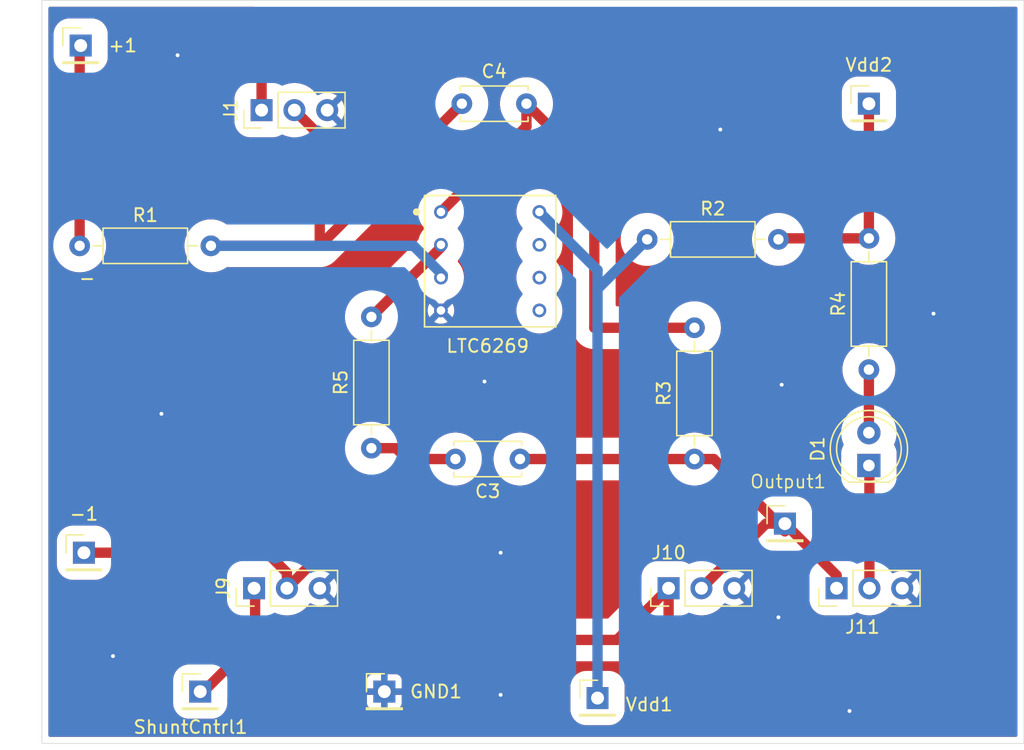
<source format=kicad_pcb>
(kicad_pcb
	(version 20241229)
	(generator "pcbnew")
	(generator_version "9.0")
	(general
		(thickness 1.6)
		(legacy_teardrops no)
	)
	(paper "A4")
	(layers
		(0 "F.Cu" signal)
		(2 "B.Cu" signal)
		(9 "F.Adhes" user "F.Adhesive")
		(11 "B.Adhes" user "B.Adhesive")
		(13 "F.Paste" user)
		(15 "B.Paste" user)
		(5 "F.SilkS" user "F.Silkscreen")
		(7 "B.SilkS" user "B.Silkscreen")
		(1 "F.Mask" user)
		(3 "B.Mask" user)
		(17 "Dwgs.User" user "User.Drawings")
		(19 "Cmts.User" user "User.Comments")
		(21 "Eco1.User" user "User.Eco1")
		(23 "Eco2.User" user "User.Eco2")
		(25 "Edge.Cuts" user)
		(27 "Margin" user)
		(31 "F.CrtYd" user "F.Courtyard")
		(29 "B.CrtYd" user "B.Courtyard")
		(35 "F.Fab" user)
		(33 "B.Fab" user)
		(39 "User.1" user)
		(41 "User.2" user)
		(43 "User.3" user)
		(45 "User.4" user)
	)
	(setup
		(pad_to_mask_clearance 0)
		(allow_soldermask_bridges_in_footprints no)
		(tenting front back)
		(pcbplotparams
			(layerselection 0x00000000_00000000_55555555_57555555)
			(plot_on_all_layers_selection 0x00000000_00000000_00000000_00000000)
			(disableapertmacros no)
			(usegerberextensions no)
			(usegerberattributes yes)
			(usegerberadvancedattributes yes)
			(creategerberjobfile yes)
			(dashed_line_dash_ratio 12.000000)
			(dashed_line_gap_ratio 3.000000)
			(svgprecision 4)
			(plotframeref no)
			(mode 1)
			(useauxorigin no)
			(hpglpennumber 1)
			(hpglpenspeed 20)
			(hpglpendiameter 15.000000)
			(pdf_front_fp_property_popups yes)
			(pdf_back_fp_property_popups yes)
			(pdf_metadata yes)
			(pdf_single_document no)
			(dxfpolygonmode yes)
			(dxfimperialunits yes)
			(dxfusepcbnewfont yes)
			(psnegative no)
			(psa4output no)
			(plot_black_and_white yes)
			(sketchpadsonfab no)
			(plotpadnumbers no)
			(hidednponfab no)
			(sketchdnponfab yes)
			(crossoutdnponfab yes)
			(subtractmaskfromsilk no)
			(outputformat 1)
			(mirror no)
			(drillshape 0)
			(scaleselection 1)
			(outputdirectory "CapacitorCrew_Filter/Gebers/")
		)
	)
	(net 0 "")
	(net 1 "Net-(+1-Pin_1)")
	(net 2 "Net-(C4-Pad2)")
	(net 3 "Net-(-1-Pin_1)")
	(net 4 "Net-(J10-Pin_2)")
	(net 5 "Net-(D1-A)")
	(net 6 "Net-(D1-K)")
	(net 7 "unconnected-(LTC6269-Pad6)")
	(net 8 "Net-(J1-Pin_2)")
	(net 9 "Net-(J1-Pin_1)")
	(net 10 "unconnected-(LTC6269-Pad7)")
	(net 11 "Net-(Vdd1-Pin_1)")
	(net 12 "Net-(Vdd2-Pin_1)")
	(net 13 "GND")
	(net 14 "Net-(LTC6269-Pad2)")
	(net 15 "unconnected-(LTC6269-Pad5)")
	(footprint "Connector_PinHeader_2.54mm:PinHeader_1x01_P2.54mm_Vertical" (layer "F.Cu") (at 103.5 56.5))
	(footprint "Connector_PinHeader_2.54mm:PinHeader_1x03_P2.54mm_Vertical" (layer "F.Cu") (at 149 98.5 90))
	(footprint "Resistor_THT:R_Axial_DIN0207_L6.3mm_D2.5mm_P10.16mm_Horizontal" (layer "F.Cu") (at 147.34 71.5))
	(footprint "Resistor_THT:R_Axial_DIN0207_L6.3mm_D2.5mm_P10.16mm_Horizontal" (layer "F.Cu") (at 103.42 72))
	(footprint "Resistor_THT:R_Axial_DIN0207_L6.3mm_D2.5mm_P10.16mm_Horizontal" (layer "F.Cu") (at 151 88.5 90))
	(footprint "Capacitor_THT:C_Disc_D5.0mm_W2.5mm_P5.00mm" (layer "F.Cu") (at 137.5 88.5 180))
	(footprint "Connector_PinHeader_2.54mm:PinHeader_1x03_P2.54mm_Vertical" (layer "F.Cu") (at 162 98.5 90))
	(footprint "Connector_PinHeader_2.54mm:PinHeader_1x03_P2.54mm_Vertical" (layer "F.Cu") (at 117.5 61.5 90))
	(footprint "Connector_PinHeader_2.54mm:PinHeader_1x03_P2.54mm_Vertical" (layer "F.Cu") (at 116.92 98.5 90))
	(footprint "Connector_PinHeader_2.54mm:PinHeader_1x01_P2.54mm_Vertical" (layer "F.Cu") (at 103.75 95.75))
	(footprint "Connector_PinHeader_2.54mm:PinHeader_1x01_P2.54mm_Vertical" (layer "F.Cu") (at 164.5 61))
	(footprint "Resistor_THT:R_Axial_DIN0207_L6.3mm_D2.5mm_P10.16mm_Horizontal" (layer "F.Cu") (at 126 87.66 90))
	(footprint "Connector_PinHeader_2.54mm:PinHeader_1x01_P2.54mm_Vertical" (layer "F.Cu") (at 112.75 106.5))
	(footprint "Capacitor_THT:C_Disc_D5.0mm_W2.5mm_P5.00mm" (layer "F.Cu") (at 133 61))
	(footprint "Connector_PinHeader_2.54mm:PinHeader_1x01_P2.54mm_Vertical" (layer "F.Cu") (at 127 106.5))
	(footprint "LED_THT:LED_D5.0mm" (layer "F.Cu") (at 164.5 89 90))
	(footprint "PA-SOT23_8-P-S-01:DIPS762W46P254L1016H311Q8" (layer "F.Cu") (at 135.19 73.19))
	(footprint "Resistor_THT:R_Axial_DIN0207_L6.3mm_D2.5mm_P10.16mm_Horizontal" (layer "F.Cu") (at 164.5 81.58 90))
	(footprint "Connector_PinHeader_2.54mm:PinHeader_1x01_P2.54mm_Vertical" (layer "F.Cu") (at 158 93.5))
	(footprint "Connector_PinHeader_2.54mm:PinHeader_1x01_P2.54mm_Vertical" (layer "F.Cu") (at 143.5 107))
	(gr_rect
		(start 100.5 53)
		(end 176.5 110.5)
		(stroke
			(width 0.05)
			(type default)
		)
		(fill no)
		(layer "Edge.Cuts")
		(uuid "9c367067-8fbe-4dc3-99f0-693e4cfa2a81")
	)
	(gr_text "-"
		(at 104 74.5 0)
		(layer "F.SilkS")
		(uuid "bceb2b20-a57c-4897-a812-bd242b13e4af")
		(effects
			(font
				(size 1 1)
				(thickness 0.15)
			)
		)
	)
	(segment
		(start 103.42 72)
		(end 103.42 56.58)
		(width 0.8)
		(layer "F.Cu")
		(net 1)
		(uuid "5befb0b8-6b97-40b4-8318-2b0ebdc92af1")
	)
	(segment
		(start 103.42 56.58)
		(end 103.5 56.5)
		(width 0.8)
		(layer "F.Cu")
		(net 1)
		(uuid "89a45744-ebd7-49fd-a0be-359622f18ef0")
	)
	(segment
		(start 143.25 78.34)
		(end 151 78.34)
		(width 0.8)
		(layer "F.Cu")
		(net 2)
		(uuid "2fc877d3-df6c-4b58-bf92-70032bca6043")
	)
	(segment
		(start 138 61)
		(end 143.25 66.25)
		(width 0.8)
		(layer "F.Cu")
		(net 2)
		(uuid "6d9e00fa-4f4f-4a3b-902a-ffbde4b666a0")
	)
	(segment
		(start 138 61)
		(end 138 62.76)
		(width 0.8)
		(layer "F.Cu")
		(net 2)
		(uuid "8914d754-550d-4db3-8d4c-8fd6fcfff43d")
	)
	(segment
		(start 138 62.76)
		(end 131.38 69.38)
		(width 0.8)
		(layer "F.Cu")
		(net 2)
		(uuid "bf9362bf-e1a2-4a09-9840-aea118dfc8ed")
	)
	(segment
		(start 143.25 66.25)
		(end 143.25 78.34)
		(width 0.8)
		(layer "F.Cu")
		(net 2)
		(uuid "c9e0cbed-fe32-4832-9c64-4326bbd05823")
	)
	(segment
		(start 128.75 88.5)
		(end 127.91 87.66)
		(width 0.8)
		(layer "F.Cu")
		(net 3)
		(uuid "0130a6dd-9d2e-4efa-bd39-af84d4be2d86")
	)
	(segment
		(start 119.46 97.297919)
		(end 119.46 98.5)
		(width 0.8)
		(layer "F.Cu")
		(net 3)
		(uuid "061e3295-712e-4581-983c-825e4b7df4ae")
	)
	(segment
		(start 119.46 98.5)
		(end 129.46 88.5)
		(width 0.8)
		(layer "F.Cu")
		(net 3)
		(uuid "108aa37f-3e6d-48fb-b391-025b99b643ab")
	)
	(segment
		(start 127.91 87.66)
		(end 126 87.66)
		(width 0.8)
		(layer "F.Cu")
		(net 3)
		(uuid "2a2838ef-46bd-402d-8f88-2877a2b945b4")
	)
	(segment
		(start 119.46 97.297919)
		(end 117.912081 95.75)
		(width 0.8)
		(layer "F.Cu")
		(net 3)
		(uuid "64fe457f-a3a5-4dba-9108-1e01561e9c05")
	)
	(segment
		(start 129.46 88.5)
		(end 132.5 88.5)
		(width 0.8)
		(layer "F.Cu")
		(net 3)
		(uuid "6599a252-9f59-41a8-b857-b6eab2d28801")
	)
	(segment
		(start 117.912081 95.75)
		(end 103.75 95.75)
		(width 0.8)
		(layer "F.Cu")
		(net 3)
		(uuid "6d993457-13ae-495c-bfd1-59d143631b8c")
	)
	(segment
		(start 132.375 88.375)
		(end 132.5 88.5)
		(width 0.8)
		(layer "F.Cu")
		(net 3)
		(uuid "7389be49-0dd7-4efc-82fe-db3b5e71463b")
	)
	(segment
		(start 129.46 88.5)
		(end 128.75 88.5)
		(width 0.8)
		(layer "F.Cu")
		(net 3)
		(uuid "f70af8f7-9a33-468f-96ee-1cfcf690f625")
	)
	(segment
		(start 132.5 88.5)
		(end 132.488499 88.488499)
		(width 0.8)
		(layer "F.Cu")
		(net 3)
		(uuid "fd87fdf3-41ae-4380-80ba-24b9583c6b75")
	)
	(segment
		(start 162 97.5)
		(end 158 93.5)
		(width 0.8)
		(layer "F.Cu")
		(net 4)
		(uuid "089d7101-8686-49b9-83c0-32ac52f78973")
	)
	(segment
		(start 152.5 88.5)
		(end 151 88.5)
		(width 0.8)
		(layer "F.Cu")
		(net 4)
		(uuid "3c48d643-966f-44aa-a7cc-8085be6a7142")
	)
	(segment
		(start 158 93.5625)
		(end 158 93.5)
		(width 0.8)
		(layer "F.Cu")
		(net 4)
		(uuid "55a159f0-c927-47ff-aefa-558bf344846d")
	)
	(segment
		(start 162 98.5)
		(end 162 97.5)
		(width 0.8)
		(layer "F.Cu")
		(net 4)
		(uuid "592babdd-d6a0-4415-890e-d4488bb2889a")
	)
	(segment
		(start 156.54 93.5)
		(end 158 93.5)
		(width 0.8)
		(layer "F.Cu")
		(net 4)
		(uuid "6ff54f97-d8ec-4564-84f3-8da5eb25972e")
	)
	(segment
		(start 151.54 98.5)
		(end 156.54 93.5)
		(width 0.8)
		(layer "F.Cu")
		(net 4)
		(uuid "88b725b4-47d8-493c-a360-2c2098fe67a3")
	)
	(segment
		(start 137.5 88.5)
		(end 151 88.5)
		(width 0.8)
		(layer "F.Cu")
		(net 4)
		(uuid "c5df4d78-12ae-4a0c-ad3f-bfe9cbbf3e73")
	)
	(segment
		(start 158 93.5)
		(end 157.5 93.5)
		(width 0.8)
		(layer "F.Cu")
		(net 4)
		(uuid "df46539c-3d77-4576-89d1-121eef55baa3")
	)
	(segment
		(start 157.5 93.5)
		(end 152.5 88.5)
		(width 0.8)
		(layer "F.Cu")
		(net 4)
		(uuid "df77b023-6a44-4f22-8792-ad84d7d1c712")
	)
	(segment
		(start 158 93.5)
		(end 158 94.1)
		(width 0.8)
		(layer "F.Cu")
		(net 4)
		(uuid "f5e2a41b-8bc0-42c6-a07f-183764818a45")
	)
	(segment
		(start 164.5 81.58)
		(end 164.5 86.46)
		(width 0.8)
		(layer "F.Cu")
		(net 5)
		(uuid "b5cbce5c-fc43-43b5-a27e-ec8829e01de2")
	)
	(segment
		(start 164.5 89)
		(end 164.5 89.5)
		(width 0.8)
		(layer "F.Cu")
		(net 6)
		(uuid "2b4fa112-37db-4134-8941-59dbcaeb40b8")
	)
	(segment
		(start 164.5 89.5)
		(end 164.54 89.54)
		(width 0.8)
		(layer "F.Cu")
		(net 6)
		(uuid "942bc828-001e-4269-a6ae-00b811a8c8fe")
	)
	(segment
		(start 164.54 89.54)
		(end 164.54 98.5)
		(width 0.8)
		(layer "F.Cu")
		(net 6)
		(uuid "a6355221-6295-4bac-b72c-07478cf74310")
	)
	(segment
		(start 120.04 61.5)
		(end 122 63.46)
		(width 0.8)
		(layer "F.Cu")
		(net 8)
		(uuid "2e02b5e0-06f5-42ce-b701-46a2e5278007")
	)
	(segment
		(start 122 72)
		(end 113.58 72)
		(width 0.8)
		(layer "F.Cu")
		(net 8)
		(uuid "2f5b368a-72d5-4efb-9d9d-ece1eac07999")
	)
	(segment
		(start 133 61)
		(end 122 72)
		(width 0.8)
		(layer "F.Cu")
		(net 8)
		(uuid "7ea10f63-6963-4e1f-9836-4f0a6422095a")
	)
	(segment
		(start 122 63.46)
		(end 122 72)
		(width 0.8)
		(layer "F.Cu")
		(net 8)
		(uuid "d2617e66-9f9b-47d3-9d87-f8feca456a31")
	)
	(segment
		(start 129.26 72)
		(end 113.58 72)
		(width 0.8)
		(layer "B.Cu")
		(net 8)
		(uuid "124de405-7b6b-427c-9574-e4c5c5e87d96")
	)
	(segment
		(start 131.53 74.27)
		(end 129.26 72)
		(width 0.8)
		(layer "B.Cu")
		(net 8)
		(uuid "b06ccde0-311b-4028-a5df-49b036d48962")
	)
	(segment
		(start 145 102.5)
		(end 117 102.5)
		(width 0.8)
		(layer "F.Cu")
		(net 9)
		(uuid "0673c431-bc0b-44e5-b455-5cf4e93008b6")
	)
	(segment
		(start 174 104)
		(end 173.5 104.5)
		(width 0.8)
		(layer "F.Cu")
		(net 9)
		(uuid "06b2b96a-1563-42a5-b580-b1450f92ccd4")
	)
	(segment
		(start 117.5 55.5)
		(end 118 55)
		(width 0.8)
		(layer "F.Cu")
		(net 9)
		(uuid "0fcca606-48c7-41e8-8258-08f78c2ce39b")
	)
	(segment
		(start 117 102.5)
		(end 117 98.58)
		(width 0.8)
		(layer "F.Cu")
		(net 9)
		(uuid "23780cf0-8b19-4b40-ade1-03c2192017c3")
	)
	(segment
		(start 117 98.58)
		(end 116.92 98.5)
		(width 0.8)
		(layer "F.Cu")
		(net 9)
		(uuid "351df4b3-e6d2-46f6-bb75-db0ad1cd35a5")
	)
	(segment
		(start 117.5 61.5)
		(end 117.5 55.5)
		(width 0.8)
		(layer "F.Cu")
		(net 9)
		(uuid "42856b17-e081-4950-a483-518026ba4b02")
	)
	(segment
		(start 173.5 55)
		(end 174 55.5)
		(width 0.8)
		(layer "F.Cu")
		(net 9)
		(uuid "4de77a7b-2375-495c-bfe0-e7ae660563d4")
	)
	(segment
		(start 117 102.5)
		(end 113 106.5)
		(width 0.8)
		(layer "F.Cu")
		(net 9)
		(uuid "4f07d877-d9b4-4ee0-9b1e-1669d7347c5b")
	)
	(segment
		(start 149 98.5)
		(end 149 104)
		(width 0.8)
		(layer "F.Cu")
		(net 9)
		(uuid "61c82cf6-62f8-455d-99f4-eab2d053ee43")
	)
	(segment
		(start 149 98.5)
		(end 145 102.5)
		(width 0.8)
		(layer "F.Cu")
		(net 9)
		(uuid "6ba85271-6ee7-45ee-aefd-6a1185effd7d")
	)
	(segment
		(start 174 55.5)
		(end 174 104)
		(width 0.8)
		(layer "F.Cu")
		(net 9)
		(uuid "6e4e55db-16f3-4897-b2eb-5065924b0480")
	)
	(segment
		(start 173.5 104.5)
		(end 149.5 104.5)
		(width 0.8)
		(layer "F.Cu")
		(net 9)
		(uuid "95507d97-1474-444a-80f7-4124fa99fb06")
	)
	(segment
		(start 118 55)
		(end 173.5 55)
		(width 0.8)
		(layer "F.Cu")
		(net 9)
		(uuid "95bbbdae-894e-4dd6-abdb-c3ce56907202")
	)
	(segment
		(start 149 104)
		(end 149.5 104.5)
		(width 0.8)
		(layer "F.Cu")
		(net 9)
		(uuid "c4d01447-8ba6-4087-ac20-da14d73001bf")
	)
	(segment
		(start 113 106.5)
		(end 112.75 106.5)
		(width 0.8)
		(layer "F.Cu")
		(net 9)
		(uuid "dd6bfcb1-baa9-4a9b-9963-103b781f5a71")
	)
	(segment
		(start 143.5 75.34)
		(end 143.5 107)
		(width 0.8)
		(layer "B.Cu")
		(net 11)
		(uuid "42739837-f0d1-4706-b124-49da3f1d7132")
	)
	(segment
		(start 143.5 73.88)
		(end 139 69.38)
		(width 0.8)
		(layer "B.Cu")
		(net 11)
		(uuid "44ecf54f-ad07-4b32-a0f6-943c8eb84f2a")
	)
	(segment
		(start 147.11 71.73)
		(end 147.34 71.5)
		(width 0.8)
		(layer "B.Cu")
		(net 11)
		(uuid "538deb34-9ada-4817-88b6-68692ccf7898")
	)
	(segment
		(start 147.34 71.5)
		(end 143.5 75.34)
		(width 0.8)
		(layer "B.Cu")
		(net 11)
		(uuid "72605cb5-7110-42f9-b62a-ef9188dc6229")
	)
	(segment
		(start 143.5 75.34)
		(end 143.5 73.88)
		(width 0.8)
		(layer "B.Cu")
		(net 11)
		(uuid "c35c0a3f-1bec-4091-99c9-4f940c9ed101")
	)
	(segment
		(start 164.42 71.5)
		(end 164.5 71.42)
		(width 0.8)
		(layer "F.Cu")
		(net 12)
		(uuid "2386e382-5028-4ad6-8924-a18a1e469b8e")
	)
	(segment
		(start 164.5 71.42)
		(end 157.58 71.42)
		(width 0.8)
		(layer "F.Cu")
		(net 12)
		(uuid "8c6f25ec-353c-4215-8690-00f990ecd380")
	)
	(segment
		(start 164.5 61)
		(end 164.5 71.42)
		(width 0.8)
		(layer "F.Cu")
		(net 12)
		(uuid "9d788650-5049-4ffe-8ebf-7c8a2584daa8")
	)
	(segment
		(start 157.58 71.42)
		(end 157.5 71.5)
		(width 0.8)
		(layer "F.Cu")
		(net 12)
		(uuid "b515fe60-5000-46da-ade7-ab8c6d056655")
	)
	(via
		(at 111 57.25)
		(size 0.6)
		(drill 0.3)
		(layers "F.Cu" "B.Cu")
		(free yes)
		(net 13)
		(uuid "1f42493f-4a88-42b6-aa3f-227257605f06")
	)
	(via
		(at 153 63)
		(size 0.6)
		(drill 0.3)
		(layers "F.Cu" "B.Cu")
		(free yes)
		(net 13)
		(uuid "2c09e1a3-979e-40e5-8ad9-805bf33af370")
	)
	(via
		(at 109.75 85)
		(size 0.6)
		(drill 0.3)
		(layers "F.Cu" "B.Cu")
		(free yes)
		(net 13)
		(uuid "4324eb20-f491-49ff-a829-abe9eb1b8f52")
	)
	(via
		(at 157.5 100.75)
		(size 0.6)
		(drill 0.3)
		(layers "F.Cu" "B.Cu")
		(free yes)
		(net 13)
		(uuid "69eac349-c1bb-4eae-b9c4-e33b63fe4604")
	)
	(via
		(at 169.5 77.25)
		(size 0.6)
		(drill 0.3)
		(layers "F.Cu" "B.Cu")
		(free yes)
		(net 13)
		(uuid "6c23b955-f6a3-4685-a8f0-d895c482bc53")
	)
	(via
		(at 136 95.75)
		(size 0.6)
		(drill 0.3)
		(layers "F.Cu" "B.Cu")
		(free yes)
		(net 13)
		(uuid "7661d901-e5e4-447c-8084-486d817fdb90")
	)
	(via
		(at 106 103.75)
		(size 0.6)
		(drill 0.3)
		(layers "F.Cu" "B.Cu")
		(free yes)
		(net 13)
		(uuid "a095e1d1-9041-4ce9-8559-ce856d6d348e")
	)
	(via
		(at 134.75 82.5)
		(size 0.6)
		(drill 0.3)
		(layers "F.Cu" "B.Cu")
		(free yes)
		(net 13)
		(uuid "a2de7df2-cb32-48a4-b63d-3131a715e648")
	)
	(via
		(at 163 108)
		(size 0.6)
		(drill 0.3)
		(layers "F.Cu" "B.Cu")
		(free yes)
		(net 13)
		(uuid "b59c8bf1-7937-4b59-89c9-34200dcf1fb6")
	)
	(via
		(at 136 106.75)
		(size 0.6)
		(drill 0.3)
		(layers "F.Cu" "B.Cu")
		(free yes)
		(net 13)
		(uuid "cd427219-b804-4847-a35f-6b8a6b0c1ba7")
	)
	(via
		(at 157.75 82.75)
		(size 0.6)
		(drill 0.3)
		(layers "F.Cu" "B.Cu")
		(free yes)
		(net 13)
		(uuid "d584257c-5291-4238-92c4-73ecbb148cca")
	)
	(segment
		(start 131.38 71.92)
		(end 131.38 72.12)
		(width 0.8)
		(layer "F.Cu")
		(net 14)
		(uuid "051c2155-f4fe-4920-886d-62ad233df0d0")
	)
	(segment
		(start 131.38 72.12)
		(end 126 77.5)
		(width 0.8)
		(layer "F.Cu")
		(net 14)
		(uuid "0d22adc6-c31f-4e96-a9e5-802478b912cf")
	)
	(zone
		(net 13)
		(net_name "GND")
		(layer "F.Cu")
		(uuid "205e05c1-debe-4cad-8a96-0b51f11b6348")
		(hatch edge 0.5)
		(connect_pads
			(clearance 1.25)
		)
		(min_thickness 0.25)
		(filled_areas_thickness no)
		(fill yes
			(thermal_gap 0.5)
			(thermal_bridge_width 0.5)
		)
		(polygon
			(pts
				(xy 101 53.5) (xy 176 53.5) (xy 176 110) (xy 101 110)
			)
		)
		(filled_polygon
			(layer "F.Cu")
			(pts
				(xy 116.941292 53.520185) (xy 116.987047 53.572989) (xy 116.996991 53.642147) (xy 116.967966 53.705703)
				(xy 116.947139 53.724817) (xy 116.924777 53.741064) (xy 116.924768 53.741071) (xy 116.241071 54.424768)
				(xy 116.241071 54.424769) (xy 116.241069 54.424771) (xy 116.211911 54.464904) (xy 116.088365 54.634948)
				(xy 115.969973 54.867304) (xy 115.968913 54.871066) (xy 115.89014 55.113502) (xy 115.89014 55.113505)
				(xy 115.8495 55.370097) (xy 115.8495 59.630664) (xy 115.829815 59.697703) (xy 115.813182 59.718345)
				(xy 115.686179 59.845348) (xy 115.686174 59.845354) (xy 115.557997 60.030367) (xy 115.557991 60.030377)
				(xy 115.464903 60.235318) (xy 115.464902 60.235321) (xy 115.409905 60.453579) (xy 115.409904 60.453586)
				(xy 115.3995 60.585777) (xy 115.3995 62.414208) (xy 115.399501 62.414223) (xy 115.409904 62.546413)
				(xy 115.409905 62.54642) (xy 115.464902 62.764678) (xy 115.464903 62.764681) (xy 115.557991 62.969622)
				(xy 115.557997 62.969632) (xy 115.686174 63.154645) (xy 115.686178 63.15465) (xy 115.686181 63.154654)
				(xy 115.845346 63.313819) (xy 115.84535 63.313822) (xy 115.845354 63.313825) (xy 115.96673 63.397914)
				(xy 116.030374 63.442007) (xy 116.235317 63.535096) (xy 116.235321 63.535097) (xy 116.453579 63.590094)
				(xy 116.453581 63.590094) (xy 116.453588 63.590096) (xy 116.585783 63.6005) (xy 118.414216 63.600499)
				(xy 118.546412 63.590096) (xy 118.764683 63.535096) (xy 118.969626 63.442007) (xy 119.015034 63.410547)
				(xy 119.081348 63.38855) (xy 119.133095 63.397912) (xy 119.363368 63.493295) (xy 119.629334 63.56456)
				(xy 119.750055 63.580453) (xy 119.81395 63.608718) (xy 119.82155 63.61571) (xy 120.313181 64.10734)
				(xy 120.346666 64.168663) (xy 120.3495 64.195021) (xy 120.3495 70.2255) (xy 120.329815 70.292539)
				(xy 120.277011 70.338294) (xy 120.2255 70.3495) (xy 114.839434 70.3495) (xy 114.772395 70.329815)
				(xy 114.763948 70.323876) (xy 114.721645 70.291416) (xy 114.721644 70.291415) (xy 114.721641 70.291413)
				(xy 114.607477 70.2255) (xy 114.488866 70.157019) (xy 114.48885 70.157011) (xy 114.240524 70.054152)
				(xy 114.110708 70.019368) (xy 113.980891 69.984584) (xy 113.980885 69.984583) (xy 113.98088 69.984582)
				(xy 113.714398 69.9495) (xy 113.714397 69.9495) (xy 113.445603 69.9495) (xy 113.445602 69.9495)
				(xy 113.179119 69.984582) (xy 113.179112 69.984583) (xy 113.179109 69.984584) (xy 113.124239 69.999286)
				(xy 112.919475 70.054152) (xy 112.671149 70.157011) (xy 112.671133 70.157019) (xy 112.438354 70.291416)
				(xy 112.225111 70.455042) (xy 112.225104 70.455048) (xy 112.035048 70.645104) (xy 112.035042 70.645111)
				(xy 111.871416 70.858354) (xy 111.737019 71.091133) (xy 111.737011 71.091149) (xy 111.634152 71.339475)
				(xy 111.564585 71.599106) (xy 111.564582 71.599119) (xy 111.5295 71.865602) (xy 111.5295 72.134397)
				(xy 111.564582 72.40088) (xy 111.564583 72.400885) (xy 111.564584 72.400891) (xy 111.564585 72.400893)
				(xy 111.634152 72.660524) (xy 111.737011 72.90885) (xy 111.737019 72.908866) (xy 111.769404 72.964957)
				(xy 111.871413 73.141641) (xy 111.871415 73.141644) (xy 111.871416 73.141645) (xy 112.035042 73.354888)
				(xy 112.035048 73.354895) (xy 112.225104 73.544951) (xy 112.22511 73.544956) (xy 112.438359 73.708587)
				(xy 112.587968 73.794964) (xy 112.671133 73.84298) (xy 112.671149 73.842988) (xy 112.826008 73.907132)
				(xy 112.919474 73.945847) (xy 113.179109 74.015416) (xy 113.367319 74.040193) (xy 113.445602 74.0505)
				(xy 113.445603 74.0505) (xy 113.714398 74.0505) (xy 113.774905 74.042534) (xy 113.980891 74.015416)
				(xy 114.240526 73.945847) (xy 114.427457 73.868417) (xy 114.48885 73.842988) (xy 114.488853 73.842986)
				(xy 114.488859 73.842984) (xy 114.721641 73.708587) (xy 114.763948 73.676124) (xy 114.829117 73.65093)
				(xy 114.839434 73.6505) (xy 122.129902 73.6505) (xy 122.254293 73.630797) (xy 122.386493 73.60986)
				(xy 122.586247 73.544956) (xy 122.586248 73.544956) (xy 122.633567 73.529581) (xy 122.633573 73.529579)
				(xy 122.661373 73.515414) (xy 122.865051 73.411635) (xy 123.075229 73.258931) (xy 133.276527 63.057631)
				(xy 133.337848 63.024148) (xy 133.347979 63.022381) (xy 133.400891 63.015416) (xy 133.660526 62.945847)
				(xy 133.847457 62.868417) (xy 133.90885 62.842988) (xy 133.908853 62.842986) (xy 133.908859 62.842984)
				(xy 134.141641 62.708587) (xy 134.35489 62.544956) (xy 134.544956 62.35489) (xy 134.708587 62.141641)
				(xy 134.842984 61.908859) (xy 134.945847 61.660526) (xy 135.015416 61.400891) (xy 135.0505 61.134397)
				(xy 135.0505 60.865603) (xy 135.015416 60.599109) (xy 134.945847 60.339474) (xy 134.881134 60.183242)
				(xy 134.842988 60.091149) (xy 134.84298 60.091133) (xy 134.794964 60.007968) (xy 134.708587 59.858359)
				(xy 134.576471 59.686181) (xy 134.544957 59.645111) (xy 134.544951 59.645104) (xy 134.354895 59.455048)
				(xy 134.354888 59.455042) (xy 134.141645 59.291416) (xy 134.141644 59.291415) (xy 134.141641 59.291413)
				(xy 134.048832 59.23783) (xy 133.908866 59.157019) (xy 133.90885 59.157011) (xy 133.660524 59.054152)
				(xy 133.530708 59.019368) (xy 133.400891 58.984584) (xy 133.400885 58.984583) (xy 133.40088 58.984582)
				(xy 133.134398 58.9495) (xy 133.134397 58.9495) (xy 132.865603 58.9495) (xy 132.865602 58.9495)
				(xy 132.599119 58.984582) (xy 132.599112 58.984583) (xy 132.599109 58.984584) (xy 132.544239 58.999286)
				(xy 132.339475 59.054152) (xy 132.091149 59.157011) (xy 132.091133 59.157019) (xy 131.858354 59.291416)
				(xy 131.645111 59.455042) (xy 131.645104 59.455048) (xy 131.455048 59.645104) (xy 131.455042 59.645111)
				(xy 131.291416 59.858354) (xy 131.157019 60.091133) (xy 131.157011 60.091149) (xy 131.054152 60.339475)
				(xy 130.984584 60.599109) (xy 130.977623 60.651979) (xy 130.949355 60.715875) (xy 130.942365 60.723473)
				(xy 123.862181 67.803658) (xy 123.800858 67.837143) (xy 123.731166 67.832159) (xy 123.675233 67.790287)
				(xy 123.650816 67.724823) (xy 123.6505 67.715977) (xy 123.6505 63.595032) (xy 123.650501 63.595007)
				(xy 123.650501 63.330104) (xy 123.647921 63.313815) (xy 123.612487 63.090096) (xy 123.60986 63.073507)
				(xy 123.529579 62.826428) (xy 123.498118 62.764683) (xy 123.454876 62.679816) (xy 123.411636 62.59495)
				(xy 123.312579 62.458611) (xy 123.312579 62.45861) (xy 123.312578 62.45861) (xy 123.258933 62.384774)
				(xy 123.258931 62.384771) (xy 123.229048 62.354888) (xy 123.072133 62.197972) (xy 123.072102 62.197943)
				(xy 122.815526 61.941367) (xy 122.887007 61.900099) (xy 122.980099 61.807007) (xy 123.045925 61.692993)
				(xy 123.062962 61.629408) (xy 123.69527 62.261717) (xy 123.69527 62.261716) (xy 123.734622 62.207554)
				(xy 123.831095 62.018217) (xy 123.896757 61.81613) (xy 123.896757 61.816127) (xy 123.93 61.606246)
				(xy 123.93 61.393753) (xy 123.896757 61.183872) (xy 123.896757 61.183869) (xy 123.831095 60.981782)
				(xy 123.734624 60.792449) (xy 123.69527 60.738282) (xy 123.695269 60.738282) (xy 123.062962 61.37059)
				(xy 123.045925 61.307007) (xy 122.980099 61.192993) (xy 122.887007 61.099901) (xy 122.772993 61.034075)
				(xy 122.709407 61.017036) (xy 123.341716 60.384728) (xy 123.28755 60.345375) (xy 123.098217 60.248904)
				(xy 122.896129 60.183242) (xy 122.686246 60.15) (xy 122.473754 60.15) (xy 122.263872 60.183242)
				(xy 122.263869 60.183242) (xy 122.061782 60.248904) (xy 121.913437 60.32449) (xy 121.844767 60.337386)
				(xy 121.780027 60.311109) (xy 121.758766 60.289491) (xy 121.622629 60.112073) (xy 121.622623 60.112066)
				(xy 121.427933 59.917376) (xy 121.427926 59.91737) (xy 121.209483 59.749754) (xy 121.209482 59.749753)
				(xy 121.209479 59.749751) (xy 121.094388 59.683303) (xy 120.971028 59.61208) (xy 120.971017 59.612075)
				(xy 120.71663 59.506704) (xy 120.523844 59.455048) (xy 120.450666 59.43544) (xy 120.45066 59.435439)
				(xy 120.450655 59.435438) (xy 120.177684 59.399501) (xy 120.177679 59.3995) (xy 120.177674 59.3995)
				(xy 119.902326 59.3995) (xy 119.90232 59.3995) (xy 119.902315 59.399501) (xy 119.629344 59.435438)
				(xy 119.629337 59.435439) (xy 119.629334 59.43544) (xy 119.556156 59.455048) (xy 119.363367 59.506705)
				(xy 119.363366 59.506705) (xy 119.321952 59.52386) (xy 119.252483 59.531329) (xy 119.190004 59.500053)
				(xy 119.154352 59.439964) (xy 119.1505 59.409299) (xy 119.1505 56.7745) (xy 119.170185 56.707461)
				(xy 119.222989 56.661706) (xy 119.2745 56.6505) (xy 172.2255 56.6505) (xy 172.292539 56.670185)
				(xy 172.338294 56.722989) (xy 172.3495 56.7745) (xy 172.3495 102.7255) (xy 172.329815 102.792539)
				(xy 172.277011 102.838294) (xy 172.2255 102.8495) (xy 150.7745 102.8495) (xy 150.707461 102.829815)
				(xy 150.661706 102.777011) (xy 150.6505 102.7255) (xy 150.6505 100.5907) (xy 150.670185 100.523661)
				(xy 150.722989 100.477906) (xy 150.792147 100.467962) (xy 150.821948 100.476138) (xy 150.863368 100.493295)
				(xy 151.129334 100.56456) (xy 151.402326 100.6005) (xy 151.402333 100.6005) (xy 151.677667 100.6005)
				(xy 151.677674 100.6005) (xy 151.950666 100.56456) (xy 152.216632 100.493295) (xy 152.471021 100.387923)
				(xy 152.709479 100.250249) (xy 152.927928 100.082628) (xy 153.122628 99.887928) (xy 153.258767 99.710507)
				(xy 153.315193 99.669305) (xy 153.384939 99.66515) (xy 153.413437 99.675509) (xy 153.561782 99.751095)
				(xy 153.76387 99.816757) (xy 153.973754 99.85) (xy 154.186246 99.85) (xy 154.396127 99.816757) (xy 154.39613 99.816757)
				(xy 154.598217 99.751095) (xy 154.787554 99.654622) (xy 154.841716 99.61527) (xy 154.841717 99.61527)
				(xy 154.209409 98.982962) (xy 154.272993 98.965925) (xy 154.387007 98.900099) (xy 154.480099 98.807007)
				(xy 154.545925 98.692993) (xy 154.562962 98.629409) (xy 155.19527 99.261717) (xy 155.19527 99.261716)
				(xy 155.234622 99.207554) (xy 155.331095 99.018217) (xy 155.396757 98.81613) (xy 155.396757 98.816127)
				(xy 155.43 98.606246) (xy 155.43 98.393753) (xy 155.396757 98.183872) (xy 155.396757 98.183869)
				(xy 155.331095 97.981782) (xy 155.234624 97.792449) (xy 155.19527 97.738282) (xy 155.195269 97.738282)
				(xy 154.562962 98.37059) (xy 154.545925 98.307007) (xy 154.480099 98.192993) (xy 154.387007 98.099901)
				(xy 154.315526 98.058632) (xy 156.768432 95.605726) (xy 156.829753 95.572243) (xy 156.886409 95.573167)
				(xy 156.953588 95.590096) (xy 157.085783 95.6005) (xy 157.279586 95.600499) (xy 157.335881 95.614014)
				(xy 157.366428 95.629579) (xy 157.613507 95.70986) (xy 157.790896 95.737955) (xy 157.870088 95.750498)
				(xy 157.870092 95.750498) (xy 157.870103 95.7505) (xy 157.870113 95.7505) (xy 157.874674 95.750859)
				(xy 157.939964 95.775737) (xy 157.952637 95.786797) (xy 159.863181 97.697341) (xy 159.896666 97.758664)
				(xy 159.8995 97.785022) (xy 159.8995 99.414208) (xy 159.899501 99.414223) (xy 159.909904 99.546413)
				(xy 159.909905 99.54642) (xy 159.964902 99.764678) (xy 159.964903 99.764681) (xy 160.057991 99.969622)
				(xy 160.057997 99.969632) (xy 160.186174 100.154645) (xy 160.186178 100.15465) (xy 160.186181 100.154654)
				(xy 160.345346 100.313819) (xy 160.345349 100.313821) (xy 160.345354 100.313825) (xy 160.454573 100.389492)
				(xy 160.530374 100.442007) (xy 160.735317 100.535096) (xy 160.735321 100.535097) (xy 160.953579 100.590094)
				(xy 160.953581 100.590094) (xy 160.953588 100.590096) (xy 161.085783 100.6005) (xy 162.914216 100.600499)
				(xy 163.046412 100.590096) (xy 163.264683 100.535096) (xy 163.469626 100.442007) (xy 163.515034 100.410547)
				(xy 163.581348 100.38855) (xy 163.633095 100.397912) (xy 163.863368 100.493295) (xy 164.129334 100.56456)
				(xy 164.402326 100.6005) (xy 164.402333 100.6005) (xy 164.677667 100.6005) (xy 164.677674 100.6005)
				(xy 164.950666 100.56456) (xy 165.216632 100.493295) (xy 165.471021 100.387923) (xy 165.709479 100.250249)
				(xy 165.927928 100.082628) (xy 166.122628 99.887928) (xy 166.258767 99.710507) (xy 166.315193 99.669305)
				(xy 166.384939 99.66515) (xy 166.413437 99.675509) (xy 166.561782 99.751095) (xy 166.76387 99.816757)
				(xy 166.973754 99.85) (xy 167.186246 99.85) (xy 167.396127 99.816757) (xy 167.39613 99.816757) (xy 167.598217 99.751095)
				(xy 167.787554 99.654622) (xy 167.841716 99.61527) (xy 167.841717 99.61527) (xy 167.209409 98.982962)
				(xy 167.272993 98.965925) (xy 167.387007 98.900099) (xy 167.480099 98.807007) (xy 167.545925 98.692993)
				(xy 167.562962 98.629409) (xy 168.19527 99.261717) (xy 168.19527 99.261716) (xy 168.234622 99.207554)
				(xy 168.331095 99.018217) (xy 168.396757 98.81613) (xy 168.396757 98.816127) (xy 168.43 98.606246)
				(xy 168.43 98.393753) (xy 168.396757 98.183872) (xy 168.396757 98.183869) (xy 168.331095 97.981782)
				(xy 168.234624 97.792449) (xy 168.19527 97.738282) (xy 168.195269 97.738282) (xy 167.562962 98.37059)
				(xy 167.545925 98.307007) (xy 167.480099 98.192993) (xy 167.387007 98.099901) (xy 167.272993 98.034075)
				(xy 167.209407 98.017036) (xy 167.841716 97.384728) (xy 167.78755 97.345375) (xy 167.598217 97.248904)
				(xy 167.396129 97.183242) (xy 167.186246 97.15) (xy 166.973754 97.15) (xy 166.763872 97.183242)
				(xy 166.763869 97.183242) (xy 166.561782 97.248904) (xy 166.413437 97.32449) (xy 166.381473 97.330492)
				(xy 166.349767 97.337786) (xy 166.34732 97.336906) (xy 166.344767 97.337386) (xy 166.31464 97.325157)
				(xy 166.284017 97.314149) (xy 166.281527 97.311718) (xy 166.280027 97.311109) (xy 166.258766 97.289491)
				(xy 166.216124 97.233918) (xy 166.19093 97.168748) (xy 166.1905 97.158432) (xy 166.1905 90.929335)
				(xy 166.210185 90.862296) (xy 166.226819 90.841654) (xy 166.363819 90.704654) (xy 166.492007 90.519626)
				(xy 166.585096 90.314683) (xy 166.640096 90.096412) (xy 166.6505 89.964217) (xy 166.650499 88.035784)
				(xy 166.640096 87.903588) (xy 166.585096 87.685317) (xy 166.492007 87.480374) (xy 166.476088 87.457396)
				(xy 166.45409 87.39108) (xy 166.463453 87.33933) (xy 166.540742 87.152739) (xy 166.613704 86.880442)
				(xy 166.6505 86.600951) (xy 166.6505 86.319049) (xy 166.613704 86.039558) (xy 166.540742 85.767261)
				(xy 166.432863 85.506817) (xy 166.432861 85.506814) (xy 166.432859 85.506809) (xy 166.291916 85.26269)
				(xy 166.291912 85.262683) (xy 166.2842 85.252632) (xy 166.176124 85.111784) (xy 166.15093 85.046615)
				(xy 166.1505 85.036298) (xy 166.1505 82.839434) (xy 166.170185 82.772395) (xy 166.176124 82.763948)
				(xy 166.187996 82.748475) (xy 166.208587 82.721641) (xy 166.342984 82.488859) (xy 166.445847 82.240526)
				(xy 166.515416 81.980891) (xy 166.5505 81.714397) (xy 166.5505 81.445603) (xy 166.515416 81.179109)
				(xy 166.445847 80.919474) (xy 166.407132 80.826008) (xy 166.342988 80.671149) (xy 166.34298 80.671133)
				(xy 166.294964 80.587968) (xy 166.208587 80.438359) (xy 166.044956 80.22511) (xy 166.044951 80.225104)
				(xy 165.854895 80.035048) (xy 165.854888 80.035042) (xy 165.641645 79.871416) (xy 165.641644 79.871415)
				(xy 165.641641 79.871413) (xy 165.548832 79.81783) (xy 165.408866 79.737019) (xy 165.40885 79.737011)
				(xy 165.160524 79.634152) (xy 165.029065 79.598928) (xy 164.900891 79.564584) (xy 164.900885 79.564583)
				(xy 164.90088 79.564582) (xy 164.634398 79.5295) (xy 164.634397 79.5295) (xy 164.365603 79.5295)
				(xy 164.365602 79.5295) (xy 164.099119 79.564582) (xy 164.099112 79.564583) (xy 164.099109 79.564584)
				(xy 164.044239 79.579286) (xy 163.839475 79.634152) (xy 163.591149 79.737011) (xy 163.591133 79.737019)
				(xy 163.358354 79.871416) (xy 163.145111 80.035042) (xy 163.145104 80.035048) (xy 162.955048 80.225104)
				(xy 162.955042 80.225111) (xy 162.791416 80.438354) (xy 162.657019 80.671133) (xy 162.657011 80.671149)
				(xy 162.554152 80.919475) (xy 162.484585 81.179106) (xy 162.484582 81.179119) (xy 162.4495 81.445602)
				(xy 162.4495 81.714397) (xy 162.484582 81.98088) (xy 162.484583 81.980885) (xy 162.484584 81.980891)
				(xy 162.484585 81.980893) (xy 162.554152 82.240524) (xy 162.657011 82.48885) (xy 162.657019 82.488866)
				(xy 162.791408 82.721633) (xy 162.791419 82.721649) (xy 162.823876 82.763948) (xy 162.84907 82.829117)
				(xy 162.8495 82.839434) (xy 162.8495 85.036298) (xy 162.829815 85.103337) (xy 162.823876 85.111784)
				(xy 162.708094 85.262674) (xy 162.708083 85.26269) (xy 162.56714 85.506809) (xy 162.567135 85.50682)
				(xy 162.459259 85.767256) (xy 162.386295 86.03956) (xy 162.3495 86.319041) (xy 162.3495 86.600958)
				(xy 162.386295 86.880439) (xy 162.45926 87.152746) (xy 162.536544 87.339327) (xy 162.544013 87.408796)
				(xy 162.523914 87.457391) (xy 162.507997 87.480367) (xy 162.507991 87.480377) (xy 162.414903 87.685318)
				(xy 162.414902 87.685321) (xy 162.359905 87.903579) (xy 162.359904 87.903586) (xy 162.3495 88.035777)
				(xy 162.3495 89.964208) (xy 162.349501 89.964223) (xy 162.359904 90.096413) (xy 162.359905 90.09642)
				(xy 162.414902 90.314678) (xy 162.414903 90.314681) (xy 162.507991 90.519622) (xy 162.507997 90.519632)
				(xy 162.636174 90.704645) (xy 162.636178 90.70465) (xy 162.636181 90.704654) (xy 162.795346 90.863819)
				(xy 162.795349 90.863821) (xy 162.795356 90.863827) (xy 162.836114 90.892063) (xy 162.880012 90.94642)
				(xy 162.8895 90.993992) (xy 162.8895 95.755978) (xy 162.869815 95.823017) (xy 162.817011 95.868772)
				(xy 162.747853 95.878716) (xy 162.684297 95.849691) (xy 162.677819 95.843659) (xy 160.136818 93.302658)
				(xy 160.103333 93.241335) (xy 160.100499 93.214977) (xy 160.100499 92.585791) (xy 160.100498 92.585776)
				(xy 160.090096 92.453588) (xy 160.035096 92.235317) (xy 159.942007 92.030374) (xy 159.813819 91.845346)
				(xy 159.654654 91.686181) (xy 159.65465 91.686178) (xy 159.654645 91.686174) (xy 159.469632 91.557997)
				(xy 159.46963 91.557995) (xy 159.469626 91.557993) (xy 159.264683 91.464904) (xy 159.264681 91.464903)
				(xy 159.264678 91.464902) (xy 159.04642 91.409905) (xy 159.046413 91.409904) (xy 158.914222 91.3995)
				(xy 158.914217 91.3995) (xy 157.785022 91.3995) (xy 157.717983 91.379815) (xy 157.697341 91.363181)
				(xy 153.575231 87.241071) (xy 153.575229 87.241069) (xy 153.365051 87.088365) (xy 153.133573 86.97042)
				(xy 153.133567 86.970418) (xy 153.07298 86.950733) (xy 153.072979 86.950733) (xy 152.886495 86.89014)
				(xy 152.629902 86.8495) (xy 152.629897 86.8495) (xy 152.259434 86.8495) (xy 152.192395 86.829815)
				(xy 152.183948 86.823876) (xy 152.141645 86.791416) (xy 152.141644 86.791415) (xy 152.141641 86.791413)
				(xy 152.048832 86.73783) (xy 151.908866 86.657019) (xy 151.90885 86.657011) (xy 151.660524 86.554152)
				(xy 151.526922 86.518354) (xy 151.400891 86.484584) (xy 151.400885 86.484583) (xy 151.40088 86.484582)
				(xy 151.134398 86.4495) (xy 151.134397 86.4495) (xy 150.865603 86.4495) (xy 150.865602 86.4495)
				(xy 150.599119 86.484582) (xy 150.599112 86.484583) (xy 150.599109 86.484584) (xy 150.544239 86.499286)
				(xy 150.339475 86.554152) (xy 150.091149 86.657011) (xy 150.091133 86.657019) (xy 149.858354 86.791416)
				(xy 149.816052 86.823876) (xy 149.750883 86.84907) (xy 149.740566 86.8495) (xy 138.759434 86.8495)
				(xy 138.692395 86.829815) (xy 138.683948 86.823876) (xy 138.641645 86.791416) (xy 138.641644 86.791415)
				(xy 138.641641 86.791413) (xy 138.548832 86.73783) (xy 138.408866 86.657019) (xy 138.40885 86.657011)
				(xy 138.160524 86.554152) (xy 138.026922 86.518354) (xy 137.900891 86.484584) (xy 137.900885 86.484583)
				(xy 137.90088 86.484582) (xy 137.634398 86.4495) (xy 137.634397 86.4495) (xy 137.365603 86.4495)
				(xy 137.365602 86.4495) (xy 137.099119 86.484582) (xy 137.099112 86.484583) (xy 137.099109 86.484584)
				(xy 137.044239 86.499286) (xy 136.839475 86.554152) (xy 136.591149 86.657011) (xy 136.591133 86.657019)
				(xy 136.358354 86.791416) (xy 136.145111 86.955042) (xy 136.145104 86.955048) (xy 135.955048 87.145104)
				(xy 135.955042 87.145111) (xy 135.791416 87.358354) (xy 135.657019 87.591133) (xy 135.657011 87.591149)
				(xy 135.554152 87.839475) (xy 135.501554 88.035776) (xy 135.494825 88.060891) (xy 135.484585 88.099106)
				(xy 135.484582 88.099119) (xy 135.4495 88.365602) (xy 135.4495 88.634397) (xy 135.484582 88.90088)
				(xy 135.484583 88.900885) (xy 135.484584 88.900891) (xy 135.484585 88.900893) (xy 135.554152 89.160524)
				(xy 135.657011 89.40885) (xy 135.657019 89.408866) (xy 135.73783 89.548832) (xy 135.791413 89.641641)
				(xy 135.791415 89.641644) (xy 135.791416 89.641645) (xy 135.955042 89.854888) (xy 135.955048 89.854895)
				(xy 136.145104 90.044951) (xy 136.14511 90.044956) (xy 136.358359 90.208587) (xy 136.507968 90.294964)
				(xy 136.591133 90.34298) (xy 136.591149 90.342988) (xy 136.746008 90.407132) (xy 136.839474 90.445847)
				(xy 137.099109 90.515416) (xy 137.287319 90.540193) (xy 137.365602 90.5505) (xy 137.365603 90.5505)
				(xy 137.634398 90.5505) (xy 137.694905 90.542534) (xy 137.900891 90.515416) (xy 138.160526 90.445847)
				(xy 138.403 90.345411) (xy 138.40885 90.342988) (xy 138.408853 90.342986) (xy 138.408859 90.342984)
				(xy 138.641641 90.208587) (xy 138.683948 90.176124) (xy 138.749117 90.15093) (xy 138.759434 90.1505)
				(xy 149.740566 90.1505) (xy 149.807605 90.170185) (xy 149.816053 90.176124) (xy 149.858359 90.208587)
				(xy 150.007968 90.294964) (xy 150.091133 90.34298) (xy 150.091149 90.342988) (xy 150.246008 90.407132)
				(xy 150.339474 90.445847) (xy 150.599109 90.515416) (xy 150.787319 90.540193) (xy 150.865602 90.5505)
				(xy 150.865603 90.5505) (xy 151.134398 90.5505) (xy 151.194905 90.542534) (xy 151.400891 90.515416)
				(xy 151.660526 90.445847) (xy 151.903 90.34541) (xy 151.972466 90.337942) (xy 152.034946 90.369217)
				(xy 152.038131 90.372291) (xy 154.598158 92.932318) (xy 154.631643 92.993641) (xy 154.626659 93.063333)
				(xy 154.598158 93.10768) (xy 151.32155 96.384288) (xy 151.260227 96.417773) (xy 151.250055 96.419546)
				(xy 151.16696 96.430486) (xy 151.129334 96.43544) (xy 151.040678 96.459195) (xy 150.863366 96.506705)
				(xy 150.633101 96.602084) (xy 150.563632 96.609553) (xy 150.515032 96.58945) (xy 150.469631 96.557995)
				(xy 150.264681 96.464903) (xy 150.264678 96.464902) (xy 150.04642 96.409905) (xy 150.046413 96.409904)
				(xy 150.002347 96.406436) (xy 149.914217 96.3995) (xy 149.914215 96.3995) (xy 148.085791 96.3995)
				(xy 148.085776 96.399501) (xy 147.953586 96.409904) (xy 147.953579 96.409905) (xy 147.735321 96.464902)
				(xy 147.735318 96.464903) (xy 147.530377 96.557991) (xy 147.530367 96.557997) (xy 147.345354 96.686174)
				(xy 147.345342 96.686184) (xy 147.186184 96.845342) (xy 147.186174 96.845354) (xy 147.057997 97.030367)
				(xy 147.057991 97.030377) (xy 146.964903 97.235318) (xy 146.964902 97.235321) (xy 146.909905 97.453579)
				(xy 146.909904 97.453586) (xy 146.8995 97.585777) (xy 146.8995 98.214977) (xy 146.879815 98.282016)
				(xy 146.863181 98.302658) (xy 144.352659 100.813181) (xy 144.291336 100.846666) (xy 144.264978 100.8495)
				(xy 118.7745 100.8495) (xy 118.707461 100.829815) (xy 118.661706 100.777011) (xy 118.6505 100.7255)
				(xy 118.6505 100.619292) (xy 118.670185 100.552253) (xy 118.722989 100.506498) (xy 118.792147 100.496554)
				(xy 118.806572 100.499512) (xy 119.049334 100.56456) (xy 119.322326 100.6005) (xy 119.322333 100.6005)
				(xy 119.597667 100.6005) (xy 119.597674 100.6005) (xy 119.870666 100.56456) (xy 120.136632 100.493295)
				(xy 120.391021 100.387923) (xy 120.629479 100.250249) (xy 120.847928 100.082628) (xy 121.042628 99.887928)
				(xy 121.178767 99.710507) (xy 121.235193 99.669305) (xy 121.304939 99.66515) (xy 121.333437 99.675509)
				(xy 121.481782 99.751095) (xy 121.68387 99.816757) (xy 121.893754 99.85) (xy 122.106246 99.85) (xy 122.316127 99.816757)
				(xy 122.31613 99.816757) (xy 122.518217 99.751095) (xy 122.707554 99.654622) (xy 122.761716 99.61527)
				(xy 122.761717 99.61527) (xy 122.129409 98.982962) (xy 122.192993 98.965925) (xy 122.307007 98.900099)
				(xy 122.400099 98.807007) (xy 122.465925 98.692993) (xy 122.482962 98.629408) (xy 123.11527 99.261717)
				(xy 123.11527 99.261716) (xy 123.154622 99.207554) (xy 123.251095 99.018217) (xy 123.316757 98.81613)
				(xy 123.316757 98.816127) (xy 123.35 98.606246) (xy 123.35 98.393753) (xy 123.316757 98.183872)
				(xy 123.316757 98.183869) (xy 123.251095 97.981782) (xy 123.154624 97.792449) (xy 123.11527 97.738282)
				(xy 123.115269 97.738282) (xy 122.482962 98.37059) (xy 122.465925 98.307007) (xy 122.400099 98.192993)
				(xy 122.307007 98.099901) (xy 122.235526 98.058632) (xy 130.10734 90.186819) (xy 130.168663 90.153334)
				(xy 130.195021 90.1505) (xy 131.240566 90.1505) (xy 131.307605 90.170185) (xy 131.316053 90.176124)
				(xy 131.358359 90.208587) (xy 131.507968 90.294964) (xy 131.591133 90.34298) (xy 131.591149 90.342988)
				(xy 131.746008 90.407132) (xy 131.839474 90.445847) (xy 132.099109 90.515416) (xy 132.287319 90.540193)
				(xy 132.365602 90.5505) (xy 132.365603 90.5505) (xy 132.634398 90.5505) (xy 132.694905 90.542534)
				(xy 132.900891 90.515416) (xy 133.160526 90.445847) (xy 133.403 90.345411) (xy 133.40885 90.342988)
				(xy 133.408853 90.342986) (xy 133.408859 90.342984) (xy 133.641641 90.208587) (xy 133.85489 90.044956)
				(xy 134.044956 89.85489) (xy 134.208587 89.641641) (xy 134.342984 89.408859) (xy 134.445847 89.160526)
				(xy 134.515416 88.900891) (xy 134.5505 88.634397) (xy 134.5505 88.365603) (xy 134.515416 88.099109)
				(xy 134.445847 87.839474) (xy 134.381995 87.685321) (xy 134.342988 87.591149) (xy 134.34298 87.591133)
				(xy 134.279034 87.480377) (xy 134.208587 87.358359) (xy 134.118588 87.241069) (xy 134.044957 87.145111)
				(xy 134.044951 87.145104) (xy 133.854895 86.955048) (xy 133.854888 86.955042) (xy 133.641645 86.791416)
				(xy 133.641644 86.791415) (xy 133.641641 86.791413) (xy 133.548832 86.73783) (xy 133.408866 86.657019)
				(xy 133.40885 86.657011) (xy 133.160524 86.554152) (xy 133.026922 86.518354) (xy 132.900891 86.484584)
				(xy 132.900885 86.484583) (xy 132.90088 86.484582) (xy 132.634398 86.4495) (xy 132.634397 86.4495)
				(xy 132.365603 86.4495) (xy 132.365602 86.4495) (xy 132.099119 86.484582) (xy 132.099112 86.484583)
				(xy 132.099109 86.484584) (xy 132.044239 86.499286) (xy 131.839475 86.554152) (xy 131.591149 86.657011)
				(xy 131.591133 86.657019) (xy 131.358354 86.791416) (xy 131.316052 86.823876) (xy 131.250883 86.84907)
				(xy 131.240566 86.8495) (xy 129.595031 86.8495) (xy 129.589902 86.849499) (xy 129.589897 86.849499)
				(xy 129.48502 86.849499) (xy 129.417981 86.829814) (xy 129.417978 86.829811) (xy 129.39734 86.81318)
				(xy 128.985231 86.401071) (xy 128.985229 86.401069) (xy 128.775051 86.248365) (xy 128.543573 86.13042)
				(xy 128.543567 86.130418) (xy 128.48298 86.110733) (xy 128.482979 86.110733) (xy 128.296495 86.05014)
				(xy 128.039902 86.0095) (xy 128.039897 86.0095) (xy 127.259434 86.0095) (xy 127.192395 85.989815)
				(xy 127.183948 85.983876) (xy 127.141645 85.951416) (xy 127.141644 85.951415) (xy 127.141641 85.951413)
				(xy 127.048832 85.89783) (xy 126.908866 85.817019) (xy 126.90885 85.817011) (xy 126.660524 85.714152)
				(xy 126.530708 85.679368) (xy 126.400891 85.644584) (xy 126.400885 85.644583) (xy 126.40088 85.644582)
				(xy 126.134398 85.6095) (xy 126.134397 85.6095) (xy 125.865603 85.6095) (xy 125.865602 85.6095)
				(xy 125.599119 85.644582) (xy 125.599112 85.644583) (xy 125.599109 85.644584) (xy 125.544239 85.659286)
				(xy 125.339475 85.714152) (xy 125.091149 85.817011) (xy 125.091133 85.817019) (xy 124.858354 85.951416)
				(xy 124.645111 86.115042) (xy 124.645104 86.115048) (xy 124.455048 86.305104) (xy 124.455042 86.305111)
				(xy 124.291416 86.518354) (xy 124.157019 86.751133) (xy 124.157011 86.751149) (xy 124.054152 86.999475)
				(xy 123.984585 87.259106) (xy 123.984582 87.259119) (xy 123.9495 87.525602) (xy 123.9495 87.794397)
				(xy 123.984582 88.06088) (xy 123.984583 88.060885) (xy 123.984584 88.060891) (xy 123.994827 88.099119)
				(xy 124.054152 88.320524) (xy 124.157011 88.56885) (xy 124.157019 88.568866) (xy 124.194854 88.634397)
				(xy 124.291413 88.801641) (xy 124.291415 88.801644) (xy 124.291416 88.801645) (xy 124.455042 89.014888)
				(xy 124.455048 89.014895) (xy 124.645104 89.204951) (xy 124.64511 89.204956) (xy 124.858359 89.368587)
				(xy 125.007968 89.454964) (xy 125.091133 89.50298) (xy 125.091149 89.502988) (xy 125.246008 89.567132)
				(xy 125.339474 89.605847) (xy 125.599109 89.675416) (xy 125.660258 89.683466) (xy 125.724154 89.711732)
				(xy 125.762626 89.770056) (xy 125.763458 89.839921) (xy 125.731754 89.894086) (xy 120.148721 95.477118)
				(xy 120.087398 95.510603) (xy 120.017706 95.505619) (xy 119.973359 95.477118) (xy 118.987312 94.491071)
				(xy 118.98731 94.491069) (xy 118.777132 94.338365) (xy 118.545654 94.22042) (xy 118.545648 94.220418)
				(xy 118.485061 94.200733) (xy 118.48506 94.200733) (xy 118.298576 94.14014) (xy 118.041983 94.0995)
				(xy 118.041978 94.0995) (xy 105.619336 94.0995) (xy 105.552297 94.079815) (xy 105.531655 94.063182)
				(xy 105.404654 93.936181) (xy 105.40465 93.936178) (xy 105.404645 93.936174) (xy 105.219632 93.807997)
				(xy 105.21963 93.807995) (xy 105.219626 93.807993) (xy 105.014683 93.714904) (xy 105.014681 93.714903)
				(xy 105.014678 93.714902) (xy 104.79642 93.659905) (xy 104.796413 93.659904) (xy 104.752347 93.656436)
				(xy 104.664217 93.6495) (xy 104.664215 93.6495) (xy 102.835791 93.6495) (xy 102.835776 93.649501)
				(xy 102.703586 93.659904) (xy 102.703579 93.659905) (xy 102.485321 93.714902) (xy 102.485318 93.714903)
				(xy 102.280377 93.807991) (xy 102.280367 93.807997) (xy 102.095354 93.936174) (xy 102.095342 93.936184)
				(xy 101.936184 94.095342) (xy 101.936174 94.095354) (xy 101.807997 94.280367) (xy 101.807991 94.280377)
				(xy 101.714903 94.485318) (xy 101.714902 94.485321) (xy 101.659905 94.703579) (xy 101.659904 94.703586)
				(xy 101.6495 94.835777) (xy 101.6495 96.664208) (xy 101.649501 96.664223) (xy 101.659904 96.796413)
				(xy 101.659905 96.79642) (xy 101.714902 97.014678) (xy 101.714903 97.014681) (xy 101.807991 97.219622)
				(xy 101.807997 97.219632) (xy 101.936174 97.404645) (xy 101.936178 97.40465) (xy 101.936181 97.404654)
				(xy 102.095346 97.563819) (xy 102.09535 97.563822) (xy 102.095354 97.563825) (xy 102.127049 97.585783)
				(xy 102.280374 97.692007) (xy 102.485317 97.785096) (xy 102.485321 97.785097) (xy 102.703579 97.840094)
				(xy 102.703581 97.840094) (xy 102.703588 97.840096) (xy 102.835783 97.8505) (xy 104.664216 97.850499)
				(xy 104.796412 97.840096) (xy 105.014683 97.785096) (xy 105.219626 97.692007) (xy 105.404654 97.563819)
				(xy 105.531655 97.436818) (xy 105.592978 97.403334) (xy 105.619336 97.4005) (xy 114.69994 97.4005)
				(xy 114.766979 97.420185) (xy 114.812734 97.472989) (xy 114.823557 97.534227) (xy 114.821229 97.563815)
				(xy 114.8195 97.58578) (xy 114.8195 99.414208) (xy 114.819501 99.414223) (xy 114.829904 99.546413)
				(xy 114.829905 99.54642) (xy 114.884902 99.764678) (xy 114.884903 99.764681) (xy 114.977991 99.969622)
				(xy 114.977997 99.969632) (xy 115.106174 100.154645) (xy 115.106178 100.15465) (xy 115.106181 100.154654)
				(xy 115.265346 100.313819) (xy 115.296116 100.335136) (xy 115.340012 100.389492) (xy 115.3495 100.437064)
				(xy 115.3495 101.764977) (xy 115.329815 101.832016) (xy 115.313181 101.852658) (xy 112.802657 104.363181)
				(xy 112.741334 104.396666) (xy 112.714976 104.3995) (xy 111.835791 104.3995) (xy 111.835776 104.399501)
				(xy 111.703586 104.409904) (xy 111.703579 104.409905) (xy 111.485321 104.464902) (xy 111.485318 104.464903)
				(xy 111.280377 104.557991) (xy 111.280367 104.557997) (xy 111.095354 104.686174) (xy 111.095342 104.686184)
				(xy 110.936184 104.845342) (xy 110.936174 104.845354) (xy 110.807997 105.030367) (xy 110.807991 105.030377)
				(xy 110.714903 105.235318) (xy 110.714902 105.235321) (xy 110.659905 105.453579) (xy 110.659904 105.453586)
				(xy 110.6495 105.585777) (xy 110.6495 107.414208) (xy 110.649501 107.414223) (xy 110.659904 107.546413)
				(xy 110.659905 107.54642) (xy 110.714902 107.764678) (xy 110.714903 107.764681) (xy 110.807991 107.969622)
				(xy 110.807997 107.969632) (xy 110.936174 108.154645) (xy 110.936178 108.15465) (xy 110.936181 108.154654)
				(xy 111.095346 108.313819) (xy 111.09535 108.313822) (xy 111.095354 108.313825) (xy 111.234603 108.410297)
				(xy 111.280374 108.442007) (xy 111.485317 108.535096) (xy 111.485321 108.535097) (xy 111.703579 108.590094)
				(xy 111.703581 108.590094) (xy 111.703588 108.590096) (xy 111.835783 108.6005) (xy 113.664216 108.600499)
				(xy 113.796412 108.590096) (xy 114.014683 108.535096) (xy 114.219626 108.442007) (xy 114.404654 108.313819)
				(xy 114.563819 108.154654) (xy 114.692007 107.969626) (xy 114.785096 107.764683) (xy 114.840096 107.546412)
				(xy 114.8505 107.414217) (xy 114.850499 107.03502) (xy 114.870183 106.967982) (xy 114.886813 106.947345)
				(xy 116.232004 105.602155) (xy 125.65 105.602155) (xy 125.65 106.25) (xy 126.566988 106.25) (xy 126.534075 106.307007)
				(xy 126.5 106.434174) (xy 126.5 106.565826) (xy 126.534075 106.692993) (xy 126.566988 106.75) (xy 125.65 106.75)
				(xy 125.65 107.397844) (xy 125.656401 107.457372) (xy 125.656403 107.457379) (xy 125.706645 107.592086)
				(xy 125.706649 107.592093) (xy 125.792809 107.707187) (xy 125.792812 107.70719) (xy 125.907906 107.79335)
				(xy 125.907913 107.793354) (xy 126.04262 107.843596) (xy 126.042627 107.843598) (xy 126.102155 107.849999)
				(xy 126.102172 107.85) (xy 126.75 107.85) (xy 126.75 106.933012) (xy 126.807007 106.965925) (xy 126.934174 107)
				(xy 127.065826 107) (xy 127.192993 106.965925) (xy 127.25 106.933012) (xy 127.25 107.85) (xy 127.897828 107.85)
				(xy 127.897844 107.849999) (xy 127.957372 107.843598) (xy 127.957379 107.843596) (xy 128.092086 107.793354)
				(xy 128.092093 107.79335) (xy 128.207187 107.70719) (xy 128.20719 107.707187) (xy 128.29335 107.592093)
				(xy 128.293354 107.592086) (xy 128.343596 107.457379) (xy 128.343598 107.457372) (xy 128.349999 107.397844)
				(xy 128.35 107.397827) (xy 128.35 106.75) (xy 127.433012 106.75) (xy 127.465925 106.692993) (xy 127.5 106.565826)
				(xy 127.5 106.434174) (xy 127.465925 106.307007) (xy 127.433012 106.25) (xy 128.35 106.25) (xy 128.35 106.085777)
				(xy 141.3995 106.085777) (xy 141.3995 107.914208) (xy 141.399501 107.914223) (xy 141.409904 108.046413)
				(xy 141.409905 108.04642) (xy 141.464902 108.264678) (xy 141.464903 108.264681) (xy 141.557991 108.469622)
				(xy 141.557997 108.469632) (xy 141.686174 108.654645) (xy 141.686178 108.65465) (xy 141.686181 108.654654)
				(xy 141.845346 108.813819) (xy 141.84535 108.813822) (xy 141.845354 108.813825) (xy 141.984603 108.910297)
				(xy 142.030374 108.942007) (xy 142.235317 109.035096) (xy 142.235321 109.035097) (xy 142.453579 109.090094)
				(xy 142.453581 109.090094) (xy 142.453588 109.090096) (xy 142.585783 109.1005) (xy 144.414216 109.100499)
				(xy 144.546412 109.090096) (xy 144.764683 109.035096) (xy 144.969626 108.942007) (xy 145.154654 108.813819)
				(xy 145.313819 108.654654) (xy 145.442007 108.469626) (xy 145.535096 108.264683) (xy 145.590096 108.046412)
				(xy 145.6005 107.914217) (xy 145.600499 106.085784) (xy 145.590096 105.953588) (xy 145.579524 105.911634)
				(xy 145.535097 105.735321) (xy 145.535096 105.735318) (xy 145.467174 105.585783) (xy 145.442007 105.530374)
				(xy 145.410297 105.484603) (xy 145.313825 105.345354) (xy 145.313822 105.34535) (xy 145.313819 105.345346)
				(xy 145.154654 105.186181) (xy 145.15465 105.186178) (xy 145.154645 105.186174) (xy 144.969632 105.057997)
				(xy 144.96963 105.057995) (xy 144.969626 105.057993) (xy 144.764683 104.964904) (xy 144.764681 104.964903)
				(xy 144.764678 104.964902) (xy 144.54642 104.909905) (xy 144.546413 104.909904) (xy 144.502347 104.906436)
				(xy 144.414217 104.8995) (xy 144.414215 104.8995) (xy 142.585791 104.8995) (xy 142.585776 104.899501)
				(xy 142.453586 104.909904) (xy 142.453579 104.909905) (xy 142.235321 104.964902) (xy 142.235318 104.964903)
				(xy 142.030377 105.057991) (xy 142.030367 105.057997) (xy 141.845354 105.186174) (xy 141.845342 105.186184)
				(xy 141.686184 105.345342) (xy 141.686174 105.345354) (xy 141.557997 105.530367) (xy 141.557991 105.530377)
				(xy 141.464903 105.735318) (xy 141.464902 105.735321) (xy 141.409905 105.953579) (xy 141.409904 105.953586)
				(xy 141.3995 106.085777) (xy 128.35 106.085777) (xy 128.35 105.602172) (xy 128.349999 105.602155)
				(xy 128.343598 105.542627) (xy 128.343596 105.54262) (xy 128.293354 105.407913) (xy 128.29335 105.407906)
				(xy 128.20719 105.292812) (xy 128.207187 105.292809) (xy 128.092093 105.206649) (xy 128.092086 105.206645)
				(xy 127.957379 105.156403) (xy 127.957372 105.156401) (xy 127.897844 105.15) (xy 127.25 105.15)
				(xy 127.25 106.066988) (xy 127.192993 106.034075) (xy 127.065826 106) (xy 126.934174 106) (xy 126.807007 106.034075)
				(xy 126.75 106.066988) (xy 126.75 105.15) (xy 126.102155 105.15) (xy 126.042627 105.156401) (xy 126.04262 105.156403)
				(xy 125.907913 105.206645) (xy 125.907906 105.206649) (xy 125.792812 105.292809) (xy 125.792809 105.292812)
				(xy 125.706649 105.407906) (xy 125.706645 105.407913) (xy 125.656403 105.54262) (xy 125.656401 105.542627)
				(xy 125.65 105.602155) (xy 116.232004 105.602155) (xy 117.647341 104.186819) (xy 117.708664 104.153334)
				(xy 117.735022 104.1505) (xy 145.129902 104.1505) (xy 145.27245 104.127922) (xy 145.386493 104.10986)
				(xy 145.533398 104.062126) (xy 145.572977 104.049267) (xy 145.572978 104.049267) (xy 145.61606 104.035268)
				(xy 145.633573 104.029579) (xy 145.865051 103.911635) (xy 146.075229 103.758931) (xy 147.137819 102.696341)
				(xy 147.199142 102.662856) (xy 147.268834 102.66784) (xy 147.324767 102.709712) (xy 147.349184 102.775176)
				(xy 147.3495 102.784022) (xy 147.3495 104.129902) (xy 147.358515 104.186819) (xy 147.39014 104.386493)
				(xy 147.445863 104.557991) (xy 147.445864 104.557992) (xy 147.445864 104.557994) (xy 147.470418 104.633567)
				(xy 147.47042 104.633573) (xy 147.578323 104.845342) (xy 147.588365 104.865051) (xy 147.741069 105.075229)
				(xy 148.424771 105.758931) (xy 148.634949 105.911635) (xy 148.858203 106.025388) (xy 148.858204 106.025388)
				(xy 148.866428 106.029579) (xy 149.113507 106.10986) (xy 149.136532 106.113506) (xy 149.136533 106.113507)
				(xy 149.136534 106.113507) (xy 149.370103 106.150501) (xy 149.370104 106.150501) (xy 149.635008 106.150501)
				(xy 149.635032 106.1505) (xy 173.629902 106.1505) (xy 173.77245 106.127922) (xy 173.886493 106.10986)
				(xy 174.033398 106.062126) (xy 174.072977 106.049267) (xy 174.072978 106.049267) (xy 174.119735 106.034075)
				(xy 174.133573 106.029579) (xy 174.365051 105.911635) (xy 174.575229 105.758931) (xy 175.258931 105.075229)
				(xy 175.411635 104.865051) (xy 175.529579 104.633572) (xy 175.554136 104.557993) (xy 175.60986 104.386493)
				(xy 175.615416 104.351408) (xy 175.650501 104.129897) (xy 175.650501 103.870103) (xy 175.650501 103.865702)
				(xy 175.6505 103.865687) (xy 175.6505 55.635032) (xy 175.650501 55.635007) (xy 175.650501 55.370103)
				(xy 175.629153 55.235318) (xy 175.60986 55.113508) (xy 175.609859 55.113504) (xy 175.609859 55.113503)
				(xy 175.52958 54.86643) (xy 175.411634 54.634948) (xy 175.258931 54.424771) (xy 174.575229 53.741069)
				(xy 174.572493 53.739081) (xy 174.552861 53.724817) (xy 174.510195 53.669487) (xy 174.504217 53.599874)
				(xy 174.536824 53.538079) (xy 174.597663 53.503722) (xy 174.625747 53.5005) (xy 175.8755 53.5005)
				(xy 175.942539 53.520185) (xy 175.988294 53.572989) (xy 175.9995 53.6245) (xy 175.9995 109.8755)
				(xy 175.979815 109.942539) (xy 175.927011 109.988294) (xy 175.8755 109.9995) (xy 101.1245 109.9995)
				(xy 101.057461 109.979815) (xy 101.011706 109.927011) (xy 101.0005 109.8755) (xy 101.0005 77.365602)
				(xy 123.9495 77.365602) (xy 123.9495 77.634397) (xy 123.984582 77.90088) (xy 123.984583 77.900885)
				(xy 123.984584 77.900891) (xy 124.008573 77.990419) (xy 124.054152 78.160524) (xy 124.157011 78.40885)
				(xy 124.157019 78.408866) (xy 124.23783 78.548832) (xy 124.291413 78.641641) (xy 124.291415 78.641644)
				(xy 124.291416 78.641645) (xy 124.455042 78.854888) (xy 124.455048 78.854895) (xy 124.645104 79.044951)
				(xy 124.64511 79.044956) (xy 124.858359 79.208587) (xy 125.007968 79.294964) (xy 125.091133 79.34298)
				(xy 125.091149 79.342988) (xy 125.246008 79.407132) (xy 125.339474 79.445847) (xy 125.599109 79.515416)
				(xy 125.787319 79.540193) (xy 125.865602 79.5505) (xy 125.865603 79.5505) (xy 126.134398 79.5505)
				(xy 126.194905 79.542534) (xy 126.400891 79.515416) (xy 126.660526 79.445847) (xy 126.847457 79.368417)
				(xy 126.90885 79.342988) (xy 126.908853 79.342986) (xy 126.908859 79.342984) (xy 127.141641 79.208587)
				(xy 127.35489 79.044956) (xy 127.544956 78.85489) (xy 127.708587 78.641641) (xy 127.842984 78.408859)
				(xy 127.945847 78.160526) (xy 128.015416 77.900891) (xy 128.017613 77.884201) (xy 130.849351 77.884201)
				(xy 130.892111 77.912773) (xy 130.892114 77.912775) (xy 131.079559 77.990417) (xy 131.079567 77.990419)
				(xy 131.278549 78.029999) (xy 131.278553 78.03) (xy 131.481447 78.03) (xy 131.48145 78.029999) (xy 131.680432 77.990419)
				(xy 131.68044 77.990417) (xy 131.867886 77.912774) (xy 131.867892 77.912771) (xy 131.910648 77.884202)
				(xy 131.910648 77.884201) (xy 131.380001 77.353554) (xy 131.38 77.353554) (xy 130.849351 77.884201)
				(xy 128.017613 77.884201) (xy 128.022376 77.848016) (xy 128.031623 77.827114) (xy 128.036482 77.804779)
				(xy 128.048757 77.78838) (xy 128.05064 77.784126) (xy 128.057621 77.776537) (xy 128.935609 76.898549)
				(xy 130.35 76.898549) (xy 130.35 77.10145) (xy 130.38958 77.300432) (xy 130.389582 77.30044) (xy 130.467225 77.487886)
				(xy 130.495797 77.530647) (xy 130.495798 77.530648) (xy 131.026446 77) (xy 131.026446 76.999999)
				(xy 130.983002 76.956555) (xy 131.05 76.956555) (xy 131.05 77.043445) (xy 131.072489 77.127375)
				(xy 131.115934 77.202625) (xy 131.177375 77.264066) (xy 131.252625 77.307511) (xy 131.336555 77.33)
				(xy 131.423445 77.33) (xy 131.507375 77.307511) (xy 131.582625 77.264066) (xy 131.644066 77.202625)
				(xy 131.687511 77.127375) (xy 131.71 77.043445) (xy 131.71 76.999999) (xy 131.733554 76.999999)
				(xy 131.733554 77) (xy 132.264201 77.530648) (xy 132.264202 77.530648) (xy 132.292771 77.487892)
				(xy 132.292774 77.487886) (xy 132.370417 77.30044) (xy 132.370419 77.300432) (xy 132.409999 77.10145)
				(xy 132.41 77.101447) (xy 132.41 76.898553) (xy 132.409999 76.898549) (xy 132.370419 76.699567)
				(xy 132.370417 76.699559) (xy 132.292775 76.512114) (xy 132.292773 76.512111) (xy 132.264201 76.469351)
				(xy 131.733554 76.999999) (xy 131.71 76.999999) (xy 131.71 76.956555) (xy 131.687511 76.872625)
				(xy 131.644066 76.797375) (xy 131.582625 76.735934) (xy 131.507375 76.692489) (xy 131.423445 76.67)
				(xy 131.336555 76.67) (xy 131.252625 76.692489) (xy 131.177375 76.735934) (xy 131.115934 76.797375)
				(xy 131.072489 76.872625) (xy 131.05 76.956555) (xy 130.983002 76.956555) (xy 130.495797 76.46935)
				(xy 130.467224 76.512114) (xy 130.389582 76.699559) (xy 130.38958 76.699567) (xy 130.35 76.898549)
				(xy 128.935609 76.898549) (xy 130.030396 75.803762) (xy 130.091717 75.770279) (xy 130.161409 75.775263)
				(xy 130.199612 75.799815) (xy 130.200463 75.798846) (xy 130.203517 75.801524) (xy 130.22458 75.817686)
				(xy 130.388685 75.943608) (xy 130.388692 75.943612) (xy 130.590807 76.060304) (xy 130.590812 76.060306)
				(xy 130.590815 76.060308) (xy 130.726796 76.116632) (xy 130.795548 76.145111) (xy 130.806449 76.149626)
				(xy 130.879174 76.169112) (xy 130.934759 76.201205) (xy 131.379999 76.646445) (xy 131.825238 76.201205)
				(xy 131.880823 76.169113) (xy 131.953551 76.149626) (xy 132.169185 76.060308) (xy 132.371315 75.943608)
				(xy 132.556484 75.801523) (xy 132.721523 75.636484) (xy 132.863608 75.451315) (xy 132.980308 75.249185)
				(xy 133.069626 75.033551) (xy 133.130035 74.808104) (xy 133.1605 74.5767) (xy 133.1605 74.3433)
				(xy 133.130035 74.111896) (xy 133.069626 73.886449) (xy 132.980308 73.670815) (xy 132.980306 73.670812)
				(xy 132.980304 73.670807) (xy 132.863612 73.468692) (xy 132.863608 73.468685) (xy 132.776289 73.354888)
				(xy 132.721524 73.283517) (xy 132.721518 73.28351) (xy 132.715688 73.27768) (xy 132.682203 73.216357)
				(xy 132.687187 73.146665) (xy 132.715696 73.10231) (xy 132.721523 73.096484) (xy 132.863608 72.911315)
				(xy 132.980308 72.709185) (xy 133.069626 72.493551) (xy 133.130035 72.268104) (xy 133.1605 72.0367)
				(xy 133.1605 71.8033) (xy 133.130035 71.571896) (xy 133.069626 71.346449) (xy 132.980308 71.130815)
				(xy 132.980306 71.130812) (xy 132.980304 71.130807) (xy 132.863612 70.928692) (xy 132.863608 70.928685)
				(xy 132.77718 70.81605) (xy 132.721524 70.743517) (xy 132.721521 70.743513) (xy 132.715693 70.737686)
				(xy 132.682204 70.676365) (xy 132.687185 70.606673) (xy 132.715693 70.562314) (xy 132.721521 70.556486)
				(xy 132.721523 70.556484) (xy 132.863608 70.371315) (xy 132.980308 70.169185) (xy 133.009995 70.09751)
				(xy 133.036872 70.057286) (xy 133.830852 69.263306) (xy 137.2195 69.263306) (xy 137.2195 69.496693)
				(xy 137.219501 69.496709) (xy 137.247915 69.712539) (xy 137.249965 69.728104) (xy 137.261057 69.7695)
				(xy 137.310375 69.953555) (xy 137.39969 70.169181) (xy 137.399695 70.169192) (xy 137.516387 70.371307)
				(xy 137.516398 70.371323) (xy 137.658475 70.556482) (xy 137.658481 70.556489) (xy 137.664311 70.562319)
				(xy 137.697796 70.623642) (xy 137.692812 70.693334) (xy 137.664311 70.737681) (xy 137.658481 70.74351)
				(xy 137.658475 70.743517) (xy 137.516398 70.928676) (xy 137.516387 70.928692) (xy 137.399695 71.130807)
				(xy 137.39969 71.130818) (xy 137.310375 71.346444) (xy 137.249964 71.571899) (xy 137.219501 71.80329)
				(xy 137.2195 71.803306) (xy 137.2195 72.036693) (xy 137.219501 72.036709) (xy 137.249964 72.2681)
				(xy 137.310375 72.493555) (xy 137.39969 72.709181) (xy 137.399695 72.709192) (xy 137.516387 72.911307)
				(xy 137.516398 72.911323) (xy 137.658475 73.096482) (xy 137.658481 73.096489) (xy 137.664311 73.102319)
				(xy 137.697796 73.163642) (xy 137.692812 73.233334) (xy 137.664311 73.277681) (xy 137.658481 73.28351)
				(xy 137.658475 73.283517) (xy 137.516398 73.468676) (xy 137.516387 73.468692) (xy 137.399695 73.670807)
				(xy 137.39969 73.670818) (xy 137.310375 73.886444) (xy 137.249964 74.111899) (xy 137.219501 74.34329)
				(xy 137.2195 74.343306) (xy 137.2195 74.576693) (xy 137.219501 74.576709) (xy 137.249964 74.8081)
				(xy 137.310375 75.033555) (xy 137.39969 75.249181) (xy 137.399695 75.249192) (xy 137.516387 75.451307)
				(xy 137.516398 75.451323) (xy 137.658475 75.636482) (xy 137.658481 75.636489) (xy 137.664311 75.642319)
				(xy 137.697796 75.703642) (xy 137.692812 75.773334) (xy 137.664311 75.817681) (xy 137.658481 75.82351)
				(xy 137.658475 75.823517) (xy 137.516398 76.008676) (xy 137.516387 76.008692) (xy 137.399695 76.210807)
				(xy 137.39969 76.210818) (xy 137.310375 76.426444) (xy 137.249964 76.651899) (xy 137.219501 76.88329)
				(xy 137.2195 76.883306) (xy 137.2195 77.116693) (xy 137.219501 77.116709) (xy 137.249964 77.3481)
				(xy 137.310375 77.573555) (xy 137.39969 77.789181) (xy 137.399695 77.789192) (xy 137.516387 77.991307)
				(xy 137.516398 77.991323) (xy 137.658475 78.176482) (xy 137.658481 78.176489) (xy 137.82351 78.341518)
				(xy 137.823516 78.341523) (xy 138.008685 78.483608) (xy 138.008692 78.483612) (xy 138.210807 78.600304)
				(xy 138.210812 78.600306) (xy 138.210815 78.600308) (xy 138.426449 78.689626) (xy 138.651896 78.750035)
				(xy 138.8833 78.7805) (xy 138.883307 78.7805) (xy 139.116693 78.7805) (xy 139.1167 78.7805) (xy 139.348104 78.750035)
				(xy 139.573551 78.689626) (xy 139.789185 78.600308) (xy 139.991315 78.483608) (xy 140.176484 78.341523)
				(xy 140.341523 78.176484) (xy 140.483608 77.991315) (xy 140.600308 77.789185) (xy 140.689626 77.573551)
				(xy 140.750035 77.348104) (xy 140.7805 77.1167) (xy 140.7805 76.8833) (xy 140.750035 76.651896)
				(xy 140.689626 76.426449) (xy 140.600308 76.210815) (xy 140.600306 76.210812) (xy 140.600304 76.210807)
				(xy 140.483612 76.008692) (xy 140.483608 76.008685) (xy 140.341523 75.823516) (xy 140.341521 75.823513)
				(xy 140.335693 75.817686) (xy 140.302204 75.756365) (xy 140.307185 75.686673) (xy 140.335693 75.642314)
				(xy 140.341521 75.636486) (xy 140.341523 75.636484) (xy 140.483608 75.451315) (xy 140.600308 75.249185)
				(xy 140.689626 75.033551) (xy 140.750035 74.808104) (xy 140.7805 74.5767) (xy 140.7805 74.3433)
				(xy 140.750035 74.111896) (xy 140.689626 73.886449) (xy 140.600308 73.670815) (xy 140.600306 73.670812)
				(xy 140.600304 73.670807) (xy 140.483612 73.468692) (xy 140.483608 73.468685) (xy 140.396289 73.354888)
				(xy 140.341524 73.283517) (xy 140.341521 73.283513) (xy 140.335693 73.277686) (xy 140.302204 73.216365)
				(xy 140.307185 73.146673) (xy 140.335693 73.102314) (xy 140.341521 73.096486) (xy 140.341523 73.096484)
				(xy 140.483608 72.911315) (xy 140.600308 72.709185) (xy 140.689626 72.493551) (xy 140.750035 72.268104)
				(xy 140.7805 72.0367) (xy 140.7805 71.8033) (xy 140.750035 71.571896) (xy 140.689626 71.346449)
				(xy 140.600308 71.130815) (xy 140.600306 71.130812) (xy 140.600304 71.130807) (xy 140.483612 70.928692)
				(xy 140.483608 70.928685) (xy 140.39718 70.81605) (xy 140.341524 70.743517) (xy 140.341521 70.743513)
				(xy 140.335693 70.737686) (xy 140.302204 70.676365) (xy 140.307185 70.606673) (xy 140.335693 70.562314)
				(xy 140.341521 70.556486) (xy 140.341523 70.556484) (xy 140.483608 70.371315) (xy 140.600308 70.169185)
				(xy 140.689626 69.953551) (xy 140.750035 69.728104) (xy 140.7805 69.4967) (xy 140.7805 69.2633)
				(xy 140.750035 69.031896) (xy 140.689626 68.806449) (xy 140.600308 68.590815) (xy 140.600306 68.590812)
				(xy 140.600304 68.590807) (xy 140.483612 68.388692) (xy 140.483608 68.388685) (xy 140.341523 68.203516)
				(xy 140.341518 68.20351) (xy 140.176489 68.038481) (xy 140.176482 68.038475) (xy 139.991323 67.896398)
				(xy 139.991321 67.896396) (xy 139.991315 67.896392) (xy 139.99131 67.896389) (xy 139.991307 67.896387)
				(xy 139.789192 67.779695) (xy 139.789181 67.77969) (xy 139.573555 67.690375) (xy 139.3481 67.629964)
				(xy 139.116709 67.599501) (xy 139.116706 67.5995) (xy 139.1167 67.5995) (xy 138.8833 67.5995) (xy 138.883294 67.5995)
				(xy 138.88329 67.599501) (xy 138.651899 67.629964) (xy 138.426444 67.690375) (xy 138.210818 67.77969)
				(xy 138.210807 67.779695) (xy 138.008692 67.896387) (xy 138.008676 67.896398) (xy 137.823517 68.038475)
				(xy 137.82351 68.038481) (xy 137.658481 68.20351) (xy 137.658475 68.203517) (xy 137.516398 68.388676)
				(xy 137.516387 68.388692) (xy 137.399695 68.590807) (xy 137.39969 68.590818) (xy 137.310375 68.806444)
				(xy 137.249964 69.031899) (xy 137.219501 69.26329) (xy 137.2195 69.263306) (xy 133.830852 69.263306)
				(xy 138.792322 64.301837) (xy 138.853641 64.268355) (xy 138.923333 64.273339) (xy 138.96768 64.30184)
				(xy 141.563181 66.897341) (xy 141.596666 66.958664) (xy 141.5995 66.985022) (xy 141.5995 78.469902)
				(xy 141.64014 78.726493) (xy 141.720422 78.973576) (xy 141.801534 79.132764) (xy 141.838366 79.205051)
				(xy 141.991069 79.415229) (xy 142.174771 79.598931) (xy 142.384949 79.751634) (xy 142.532445 79.826787)
				(xy 142.616423 79.869577) (xy 142.616425 79.869577) (xy 142.616428 79.869579) (xy 142.863507 79.94986)
				(xy 142.995706 79.970797) (xy 143.120098 79.9905) (xy 143.120103 79.9905) (xy 143.379897 79.9905)
				(xy 149.740566 79.9905) (xy 149.807605 80.010185) (xy 149.816053 80.016124) (xy 149.858359 80.048587)
				(xy 150.007968 80.134964) (xy 150.091133 80.18298) (xy 150.091149 80.182988) (xy 150.192844 80.225111)
				(xy 150.339474 80.285847) (xy 150.599109 80.355416) (xy 150.787319 80.380193) (xy 150.865602 80.3905)
				(xy 150.865603 80.3905) (xy 151.134398 80.3905) (xy 151.194905 80.382534) (xy 151.400891 80.355416)
				(xy 151.660526 80.285847) (xy 151.847457 80.208417) (xy 151.90885 80.182988) (xy 151.908853 80.182986)
				(xy 151.908859 80.182984) (xy 152.141641 80.048587) (xy 152.35489 79.884956) (xy 152.544956 79.69489)
				(xy 152.708587 79.481641) (xy 152.842984 79.248859) (xy 152.945847 79.000526) (xy 153.015416 78.740891)
				(xy 153.0505 78.474397) (xy 153.0505 78.205603) (xy 153.046666 78.176484) (xy 153.022171 77.990419)
				(xy 153.015416 77.939109) (xy 152.945847 77.679474) (xy 152.866489 77.487886) (xy 152.842988 77.431149)
				(xy 152.84298 77.431133) (xy 152.771606 77.307511) (xy 152.708587 77.198359) (xy 152.589718 77.043445)
				(xy 152.544957 76.985111) (xy 152.544951 76.985104) (xy 152.354895 76.795048) (xy 152.354888 76.795042)
				(xy 152.141645 76.631416) (xy 152.141644 76.631415) (xy 152.141641 76.631413) (xy 152.027477 76.5655)
				(xy 151.908866 76.497019) (xy 151.90885 76.497011) (xy 151.660524 76.394152) (xy 151.526922 76.358354)
				(xy 151.400891 76.324584) (xy 151.400885 76.324583) (xy 151.40088 76.324582) (xy 151.134398 76.2895)
				(xy 151.134397 76.2895) (xy 150.865603 76.2895) (xy 150.865602 76.2895) (xy 150.599119 76.324582)
				(xy 150.599112 76.324583) (xy 150.599109 76.324584) (xy 150.544239 76.339286) (xy 150.339475 76.394152)
				(xy 150.091149 76.497011) (xy 150.091133 76.497019) (xy 149.858354 76.631416) (xy 149.816052 76.663876)
				(xy 149.750883 76.68907) (xy 149.740566 76.6895) (xy 145.0245 76.6895) (xy 144.957461 76.669815)
				(xy 144.911706 76.617011) (xy 144.9005 76.5655) (xy 144.9005 71.365602) (xy 145.2895 71.365602)
				(xy 145.2895 71.634397) (xy 145.324582 71.90088) (xy 145.324583 71.900885) (xy 145.324584 71.900891)
				(xy 145.324585 71.900893) (xy 145.394152 72.160524) (xy 145.497011 72.40885) (xy 145.497019 72.408866)
				(xy 145.545913 72.493551) (xy 145.631413 72.641641) (xy 145.631415 72.641644) (xy 145.631416 72.641645)
				(xy 145.795042 72.854888) (xy 145.795048 72.854895) (xy 145.985104 73.044951) (xy 145.985111 73.044957)
				(xy 146.103967 73.136158) (xy 146.198359 73.208587) (xy 146.347968 73.294964) (xy 146.431133 73.34298)
				(xy 146.431149 73.342988) (xy 146.586008 73.407132) (xy 146.679474 73.445847) (xy 146.939109 73.515416)
				(xy 147.127319 73.540193) (xy 147.205602 73.5505) (xy 147.205603 73.5505) (xy 147.474398 73.5505)
				(xy 147.534905 73.542534) (xy 147.740891 73.515416) (xy 148.000526 73.445847) (xy 148.193663 73.365847)
				(xy 148.24885 73.342988) (xy 148.248853 73.342986) (xy 148.248859 73.342984) (xy 148.481641 73.208587)
				(xy 148.69489 73.044956) (xy 148.884956 72.85489) (xy 149.048587 72.641641) (xy 149.182984 72.408859)
				(xy 149.186285 72.400891) (xy 149.216125 72.32885) (xy 149.285847 72.160526) (xy 149.355416 71.900891)
				(xy 149.3905 71.634397) (xy 149.3905 71.365603) (xy 149.3905 71.365602) (xy 155.4495 71.365602)
				(xy 155.4495 71.634397) (xy 155.484582 71.90088) (xy 155.484583 71.900885) (xy 155.484584 71.900891)
				(xy 155.484585 71.900893) (xy 155.554152 72.160524) (xy 155.657011 72.40885) (xy 155.657019 72.408866)
				(xy 155.705913 72.493551) (xy 155.791413 72.641641) (xy 155.791415 72.641644) (xy 155.791416 72.641645)
				(xy 155.955042 72.854888) (xy 155.955048 72.854895) (xy 156.145104 73.044951) (xy 156.145111 73.044957)
				(xy 156.263967 73.136158) (xy 156.358359 73.208587) (xy 156.507968 73.294964) (xy 156.591133 73.34298)
				(xy 156.591149 73.342988) (xy 156.746008 73.407132) (xy 156.839474 73.445847) (xy 157.099109 73.515416)
				(xy 157.287319 73.540193) (xy 157.365602 73.5505) (xy 157.365603 73.5505) (xy 157.634398 73.5505)
				(xy 157.694905 73.542534) (xy 157.900891 73.515416) (xy 158.160526 73.445847) (xy 158.353663 73.365847)
				(xy 158.40885 73.342988) (xy 158.408853 73.342986) (xy 158.408859 73.342984) (xy 158.641641 73.208587)
				(xy 158.788206 73.096123) (xy 158.853375 73.07093) (xy 158.863692 73.0705) (xy 163.240566 73.0705)
				(xy 163.307605 73.090185) (xy 163.316053 73.096124) (xy 163.358359 73.128587) (xy 163.496911 73.20858)
				(xy 163.591133 73.26298) (xy 163.591149 73.262988) (xy 163.746008 73.327132) (xy 163.839474 73.365847)
				(xy 164.099109 73.435416) (xy 164.287319 73.460193) (xy 164.365602 73.4705) (xy 164.365603 73.4705)
				(xy 164.634398 73.4705) (xy 164.694905 73.462534) (xy 164.900891 73.435416) (xy 165.160526 73.365847)
				(xy 165.359288 73.283517) (xy 165.40885 73.262988) (xy 165.408853 73.262986) (xy 165.408859 73.262984)
				(xy 165.641641 73.128587) (xy 165.85489 72.964956) (xy 166.044956 72.77489) (xy 166.208587 72.561641)
				(xy 166.342984 72.328859) (xy 166.445847 72.080526) (xy 166.515416 71.820891) (xy 166.5505 71.554397)
				(xy 166.5505 71.285603) (xy 166.515416 71.019109) (xy 166.445847 70.759474) (xy 166.398473 70.645104)
				(xy 166.342988 70.511149) (xy 166.34298 70.511133) (xy 166.262251 70.371308) (xy 166.208587 70.278359)
				(xy 166.208584 70.278355) (xy 166.176123 70.23605) (xy 166.15093 70.170881) (xy 166.1505 70.160565)
				(xy 166.1505 62.869335) (xy 166.170185 62.802296) (xy 166.186819 62.781654) (xy 166.203795 62.764678)
				(xy 166.313819 62.654654) (xy 166.442007 62.469626) (xy 166.535096 62.264683) (xy 166.590096 62.046412)
				(xy 166.6005 61.914217) (xy 166.600499 60.085784) (xy 166.590096 59.953588) (xy 166.580971 59.917376)
				(xy 166.535097 59.735321) (xy 166.535096 59.735318) (xy 166.494122 59.645111) (xy 166.442007 59.530374)
				(xy 166.376237 59.435441) (xy 166.313825 59.345354) (xy 166.313822 59.34535) (xy 166.313819 59.345346)
				(xy 166.154654 59.186181) (xy 166.15465 59.186178) (xy 166.154645 59.186174) (xy 165.969632 59.057997)
				(xy 165.96963 59.057995) (xy 165.969626 59.057993) (xy 165.808012 58.984585) (xy 165.764681 58.964903)
				(xy 165.764678 58.964902) (xy 165.54642 58.909905) (xy 165.546413 58.909904) (xy 165.502347 58.906436)
				(xy 165.414217 58.8995) (xy 165.414215 58.8995) (xy 163.585791 58.8995) (xy 163.585776 58.899501)
				(xy 163.453586 58.909904) (xy 163.453579 58.909905) (xy 163.235321 58.964902) (xy 163.235318 58.964903)
				(xy 163.030377 59.057991) (xy 163.030367 59.057997) (xy 162.845354 59.186174) (xy 162.845342 59.186184)
				(xy 162.686184 59.345342) (xy 162.686174 59.345354) (xy 162.557997 59.530367) (xy 162.557991 59.530377)
				(xy 162.464903 59.735318) (xy 162.464902 59.735321) (xy 162.409905 59.953579) (xy 162.409904 59.953586)
				(xy 162.3995 60.085777) (xy 162.3995 61.914208) (xy 162.399501 61.914223) (xy 162.409904 62.046413)
				(xy 162.409905 62.04642) (xy 162.464902 62.264678) (xy 162.464903 62.264681) (xy 162.557991 62.469622)
				(xy 162.557997 62.469632) (xy 162.686174 62.654645) (xy 162.686178 62.65465) (xy 162.686181 62.654654)
				(xy 162.686184 62.654657) (xy 162.813181 62.781654) (xy 162.846666 62.842977) (xy 162.8495 62.869335)
				(xy 162.8495 69.6455) (xy 162.829815 69.712539) (xy 162.777011 69.758294) (xy 162.7255 69.7695)
				(xy 158.636913 69.7695) (xy 158.574913 69.752887) (xy 158.408866 69.657019) (xy 158.40885 69.657011)
				(xy 158.160524 69.554152) (xy 158.030708 69.519368) (xy 157.900891 69.484584) (xy 157.900885 69.484583)
				(xy 157.90088 69.484582) (xy 157.634398 69.4495) (xy 157.634397 69.4495) (xy 157.365603 69.4495)
				(xy 157.365602 69.4495) (xy 157.099119 69.484582) (xy 157.099112 69.484583) (xy 157.099109 69.484584)
				(xy 157.053858 69.496709) (xy 156.839475 69.554152) (xy 156.591149 69.657011) (xy 156.591133 69.657019)
				(xy 156.358354 69.791416) (xy 156.145111 69.955042) (xy 156.145104 69.955048) (xy 155.955048 70.145104)
				(xy 155.955042 70.145111) (xy 155.791416 70.358354) (xy 155.657019 70.591133) (xy 155.657011 70.591149)
				(xy 155.554152 70.839475) (xy 155.484585 71.099106) (xy 155.484582 71.099119) (xy 155.4495 71.365602)
				(xy 149.3905 71.365602) (xy 149.355416 71.099109) (xy 149.285847 70.839474) (xy 149.218285 70.676365)
				(xy 149.182988 70.591149) (xy 149.18298 70.591133) (xy 149.134964 70.507968) (xy 149.048587 70.358359)
				(xy 148.903434 70.169191) (xy 148.884957 70.145111) (xy 148.884951 70.145104) (xy 148.694895 69.955048)
				(xy 148.694888 69.955042) (xy 148.481645 69.791416) (xy 148.481644 69.791415) (xy 148.481641 69.791413)
				(xy 148.37198 69.7281) (xy 148.248866 69.657019) (xy 148.24885 69.657011) (xy 148.000524 69.554152)
				(xy 147.870708 69.519368) (xy 147.740891 69.484584) (xy 147.740885 69.484583) (xy 147.74088 69.484582)
				(xy 147.474398 69.4495) (xy 147.474397 69.4495) (xy 147.205603 69.4495) (xy 147.205602 69.4495)
				(xy 146.939119 69.484582) (xy 146.939112 69.484583) (xy 146.939109 69.484584) (xy 146.893858 69.496709)
				(xy 146.679475 69.554152) (xy 146.431149 69.657011) (xy 146.431133 69.657019) (xy 146.198354 69.791416)
				(xy 145.985111 69.955042) (xy 145.985104 69.955048) (xy 145.795048 70.145104) (xy 145.795042 70.145111)
				(xy 145.631416 70.358354) (xy 145.497019 70.591133) (xy 145.497011 70.591149) (xy 145.394152 70.839475)
				(xy 145.324585 71.099106) (xy 145.324582 71.099119) (xy 145.2895 71.365602) (xy 144.9005 71.365602)
				(xy 144.9005 66.120097) (xy 144.876857 65.970827) (xy 144.85986 65.863507) (xy 144.859859 65.863503)
				(xy 144.859859 65.863502) (xy 144.781086 65.621066) (xy 144.780024 65.6173) (xy 144.661634 65.384948)
				(xy 144.508931 65.174771) (xy 140.057633 60.723473) (xy 140.024148 60.66215) (xy 140.022376 60.651979)
				(xy 140.015416 60.599109) (xy 139.945847 60.339474) (xy 139.881134 60.183242) (xy 139.842988 60.091149)
				(xy 139.84298 60.091133) (xy 139.794964 60.007968) (xy 139.708587 59.858359) (xy 139.576471 59.686181)
				(xy 139.544957 59.645111) (xy 139.544951 59.645104) (xy 139.354895 59.455048) (xy 139.354888 59.455042)
				(xy 139.141645 59.291416) (xy 139.141644 59.291415) (xy 139.141641 59.291413) (xy 139.048832 59.23783)
				(xy 138.908866 59.157019) (xy 138.90885 59.157011) (xy 138.660524 59.054152) (xy 138.530708 59.019368)
				(xy 138.400891 58.984584) (xy 138.400885 58.984583) (xy 138.40088 58.984582) (xy 138.134398 58.9495)
				(xy 138.134397 58.9495) (xy 137.865603 58.9495) (xy 137.865602 58.9495) (xy 137.599119 58.984582)
				(xy 137.599112 58.984583) (xy 137.599109 58.984584) (xy 137.544239 58.999286) (xy 137.339475 59.054152)
				(xy 137.091149 59.157011) (xy 137.091133 59.157019) (xy 136.858354 59.291416) (xy 136.645111 59.455042)
				(xy 136.645104 59.455048) (xy 136.455048 59.645104) (xy 136.455042 59.645111) (xy 136.291416 59.858354)
				(xy 136.157019 60.091133) (xy 136.157011 60.091149) (xy 136.054152 60.339475) (xy 135.984585 60.599106)
				(xy 135.984582 60.599119) (xy 135.9495 60.865602) (xy 135.9495 61.134397) (xy 135.984582 61.40088)
				(xy 135.984583 61.400885) (xy 135.984584 61.400891) (xy 135.984585 61.400893) (xy 136.054152 61.660524)
				(xy 136.157011 61.90885) (xy 136.157019 61.908866) (xy 136.241197 62.054666) (xy 136.25767 62.122566)
				(xy 136.234817 62.188593) (xy 136.221491 62.204347) (xy 130.702714 67.723124) (xy 130.662487 67.750004)
				(xy 130.590814 67.779692) (xy 130.590807 67.779695) (xy 130.388692 67.896387) (xy 130.388676 67.896398)
				(xy 130.203517 68.038475) (xy 130.20351 68.038481) (xy 130.038481 68.20351) (xy 130.038475 68.203517)
				(xy 129.896398 68.388676) (xy 129.896387 68.388692) (xy 129.779695 68.590807) (xy 129.77969 68.590818)
				(xy 129.690375 68.806444) (xy 129.629964 69.031899) (xy 129.599501 69.26329) (xy 129.5995 69.263306)
				(xy 129.5995 69.496693) (xy 129.599501 69.496709) (xy 129.627915 69.712539) (xy 129.629965 69.728104)
				(xy 129.641057 69.7695) (xy 129.690375 69.953555) (xy 129.77969 70.169181) (xy 129.779695 70.169192)
				(xy 129.896387 70.371307) (xy 129.896398 70.371323) (xy 130.038475 70.556482) (xy 130.038481 70.556489)
				(xy 130.044311 70.562319) (xy 130.077796 70.623642) (xy 130.072812 70.693334) (xy 130.044311 70.737681)
				(xy 130.038481 70.74351) (xy 130.038475 70.743517) (xy 129.896398 70.928676) (xy 129.896387 70.928692)
				(xy 129.779695 71.130807) (xy 129.779687 71.130823) (xy 129.690372 71.346453) (xy 129.651747 71.490598)
				(xy 129.619654 71.546184) (xy 125.723473 75.442365) (xy 125.66215 75.47585) (xy 125.651979 75.477623)
				(xy 125.599109 75.484584) (xy 125.339475 75.554152) (xy 125.091149 75.657011) (xy 125.091133 75.657019)
				(xy 124.858354 75.791416) (xy 124.645111 75.955042) (xy 124.645104 75.955048) (xy 124.455048 76.145104)
				(xy 124.455042 76.145111) (xy 124.291416 76.358354) (xy 124.157019 76.591133) (xy 124.157011 76.591149)
				(xy 124.054152 76.839475) (xy 123.984585 77.099106) (xy 123.984582 77.099119) (xy 123.9495 77.365602)
				(xy 101.0005 77.365602) (xy 101.0005 71.865602) (xy 101.3695 71.865602) (xy 101.3695 72.134397)
				(xy 101.404582 72.40088) (xy 101.404583 72.400885) (xy 101.404584 72.400891) (xy 101.404585 72.400893)
				(xy 101.474152 72.660524) (xy 101.577011 72.90885) (xy 101.577019 72.908866) (xy 101.609404 72.964957)
				(xy 101.711413 73.141641) (xy 101.711415 73.141644) (xy 101.711416 73.141645) (xy 101.875042 73.354888)
				(xy 101.875048 73.354895) (xy 102.065104 73.544951) (xy 102.06511 73.544956) (xy 102.278359 73.708587)
				(xy 102.427968 73.794964) (xy 102.511133 73.84298) (xy 102.511149 73.842988) (xy 102.666008 73.907132)
				(xy 102.759474 73.945847) (xy 103.019109 74.015416) (xy 103.207319 74.040193) (xy 103.285602 74.0505)
				(xy 103.285603 74.0505) (xy 103.554398 74.0505) (xy 103.614905 74.042534) (xy 103.820891 74.015416)
				(xy 104.080526 73.945847) (xy 104.267457 73.868417) (xy 104.32885 73.842988) (xy 104.328853 73.842986)
				(xy 104.328859 73.842984) (xy 104.561641 73.708587) (xy 104.77489 73.544956) (xy 104.964956 73.35489)
				(xy 105.128587 73.141641) (xy 105.262984 72.908859) (xy 105.365847 72.660526) (xy 105.435416 72.400891)
				(xy 105.4705 72.134397) (xy 105.4705 71.865603) (xy 105.462296 71.80329) (xy 105.460193 71.787319)
				(xy 105.435416 71.599109) (xy 105.365847 71.339474) (xy 105.279418 71.130815) (xy 105.262988 71.091149)
				(xy 105.26298 71.091133) (xy 105.16919 70.928685) (xy 105.128587 70.858359) (xy 105.114096 70.839474)
				(xy 105.096123 70.81605) (xy 105.07093 70.750881) (xy 105.0705 70.740565) (xy 105.0705 58.437064)
				(xy 105.090185 58.370025) (xy 105.123882 58.335137) (xy 105.154654 58.313819) (xy 105.313819 58.154654)
				(xy 105.442007 57.969626) (xy 105.535096 57.764683) (xy 105.590096 57.546412) (xy 105.6005 57.414217)
				(xy 105.600499 55.585784) (xy 105.590096 55.453588) (xy 105.569059 55.370103) (xy 105.535097 55.235321)
				(xy 105.535096 55.235318) (xy 105.479767 55.113507) (xy 105.442007 55.030374) (xy 105.313819 54.845346)
				(xy 105.154654 54.686181) (xy 105.15465 54.686178) (xy 105.154645 54.686174) (xy 104.969632 54.557997)
				(xy 104.96963 54.557995) (xy 104.969626 54.557993) (xy 104.764683 54.464904) (xy 104.764681 54.464903)
				(xy 104.764678 54.464902) (xy 104.54642 54.409905) (xy 104.546413 54.409904) (xy 104.502347 54.406436)
				(xy 104.414217 54.3995) (xy 104.414215 54.3995) (xy 102.585791 54.3995) (xy 102.585776 54.399501)
				(xy 102.453586 54.409904) (xy 102.453579 54.409905) (xy 102.235321 54.464902) (xy 102.235318 54.464903)
				(xy 102.030377 54.557991) (xy 102.030367 54.557997) (xy 101.845354 54.686174) (xy 101.845342 54.686184)
				(xy 101.686184 54.845342) (xy 101.686174 54.845354) (xy 101.557997 55.030367) (xy 101.557991 55.030377)
				(xy 101.464903 55.235318) (xy 101.464902 55.235321) (xy 101.409905 55.453579) (xy 101.409904 55.453586)
				(xy 101.3995 55.585777) (xy 101.3995 57.414208) (xy 101.399501 57.414223) (xy 101.409904 57.546413)
				(xy 101.409905 57.54642) (xy 101.464902 57.764678) (xy 101.464903 57.764681) (xy 101.557991 57.969622)
				(xy 101.557997 57.969632) (xy 101.686174 58.154645) (xy 101.686178 58.15465) (xy 101.686181 58.154654)
				(xy 101.686184 58.154657) (xy 101.733181 58.201654) (xy 101.766666 58.262977) (xy 101.7695 58.289335)
				(xy 101.7695 70.740565) (xy 101.749815 70.807604) (xy 101.743877 70.81605) (xy 101.711415 70.858355)
				(xy 101.577019 71.091133) (xy 101.577011 71.091149) (xy 101.474152 71.339475) (xy 101.404585 71.599106)
				(xy 101.404582 71.599119) (xy 101.3695 71.865602) (xy 101.0005 71.865602) (xy 101.0005 53.6245)
				(xy 101.020185 53.557461) (xy 101.072989 53.511706) (xy 101.1245 53.5005) (xy 116.874253 53.5005)
			)
		)
	)
	(zone
		(net 13)
		(net_name "GND")
		(layer "B.Cu")
		(uuid "ba0222d3-2c88-40e9-8f05-90d388ff2a8f")
		(hatch edge 0.5)
		(connect_pads
			(clearance 1.25)
		)
		(min_thickness 0.25)
		(filled_areas_thickness no)
		(fill yes
			(thermal_gap 0.5)
			(thermal_bridge_width 0.5)
		)
		(polygon
			(pts
				(xy 101 53.5) (xy 176 53.5) (xy 176 110) (xy 101 110)
			)
		)
		(filled_polygon
			(layer "B.Cu")
			(pts
				(xy 175.942539 53.520185) (xy 175.988294 53.572989) (xy 175.9995 53.6245) (xy 175.9995 109.8755)
				(xy 175.979815 109.942539) (xy 175.927011 109.988294) (xy 175.8755 109.9995) (xy 101.1245 109.9995)
				(xy 101.057461 109.979815) (xy 101.011706 109.927011) (xy 101.0005 109.8755) (xy 101.0005 105.585777)
				(xy 110.6495 105.585777) (xy 110.6495 107.414208) (xy 110.649501 107.414223) (xy 110.659904 107.546413)
				(xy 110.659905 107.54642) (xy 110.714902 107.764678) (xy 110.714903 107.764681) (xy 110.807991 107.969622)
				(xy 110.807997 107.969632) (xy 110.936174 108.154645) (xy 110.936178 108.15465) (xy 110.936181 108.154654)
				(xy 111.095346 108.313819) (xy 111.09535 108.313822) (xy 111.095354 108.313825) (xy 111.234603 108.410297)
				(xy 111.280374 108.442007) (xy 111.485317 108.535096) (xy 111.485321 108.535097) (xy 111.703579 108.590094)
				(xy 111.703581 108.590094) (xy 111.703588 108.590096) (xy 111.835783 108.6005) (xy 113.664216 108.600499)
				(xy 113.796412 108.590096) (xy 114.014683 108.535096) (xy 114.219626 108.442007) (xy 114.404654 108.313819)
				(xy 114.563819 108.154654) (xy 114.692007 107.969626) (xy 114.785096 107.764683) (xy 114.840096 107.546412)
				(xy 114.8505 107.414217) (xy 114.850499 106.434174) (xy 114.850499 105.602155) (xy 125.65 105.602155)
				(xy 125.65 106.25) (xy 126.566988 106.25) (xy 126.534075 106.307007) (xy 126.5 106.434174) (xy 126.5 106.565826)
				(xy 126.534075 106.692993) (xy 126.566988 106.75) (xy 125.65 106.75) (xy 125.65 107.397844) (xy 125.656401 107.457372)
				(xy 125.656403 107.457379) (xy 125.706645 107.592086) (xy 125.706649 107.592093) (xy 125.792809 107.707187)
				(xy 125.792812 107.70719) (xy 125.907906 107.79335) (xy 125.907913 107.793354) (xy 126.04262 107.843596)
				(xy 126.042627 107.843598) (xy 126.102155 107.849999) (xy 126.102172 107.85) (xy 126.75 107.85)
				(xy 126.75 106.933012) (xy 126.807007 106.965925) (xy 126.934174 107) (xy 127.065826 107) (xy 127.192993 106.965925)
				(xy 127.25 106.933012) (xy 127.25 107.85) (xy 127.897828 107.85) (xy 127.897844 107.849999) (xy 127.957372 107.843598)
				(xy 127.957379 107.843596) (xy 128.092086 107.793354) (xy 128.092093 107.79335) (xy 128.207187 107.70719)
				(xy 128.20719 107.707187) (xy 128.29335 107.592093) (xy 128.293354 107.592086) (xy 128.343596 107.457379)
				(xy 128.343598 107.457372) (xy 128.349999 107.397844) (xy 128.35 107.397827) (xy 128.35 106.75)
				(xy 127.433012 106.75) (xy 127.465925 106.692993) (xy 127.5 106.565826) (xy 127.5 106.434174) (xy 127.465925 106.307007)
				(xy 127.433012 106.25) (xy 128.35 106.25) (xy 128.35 105.602172) (xy 128.349999 105.602155) (xy 128.343598 105.542627)
				(xy 128.343596 105.54262) (xy 128.293354 105.407913) (xy 128.29335 105.407906) (xy 128.20719 105.292812)
				(xy 128.207187 105.292809) (xy 128.092093 105.206649) (xy 128.092086 105.206645) (xy 127.957379 105.156403)
				(xy 127.957372 105.156401) (xy 127.897844 105.15) (xy 127.25 105.15) (xy 127.25 106.066988) (xy 127.192993 106.034075)
				(xy 127.065826 106) (xy 126.934174 106) (xy 126.807007 106.034075) (xy 126.75 106.066988) (xy 126.75 105.15)
				(xy 126.102155 105.15) (xy 126.042627 105.156401) (xy 126.04262 105.156403) (xy 125.907913 105.206645)
				(xy 125.907906 105.206649) (xy 125.792812 105.292809) (xy 125.792809 105.292812) (xy 125.706649 105.407906)
				(xy 125.706645 105.407913) (xy 125.656403 105.54262) (xy 125.656401 105.542627) (xy 125.65 105.602155)
				(xy 114.850499 105.602155) (xy 114.850499 105.598851) (xy 114.850499 105.585791) (xy 114.850498 105.585783)
				(xy 114.840096 105.453588) (xy 114.785096 105.235317) (xy 114.692007 105.030374) (xy 114.563819 104.845346)
				(xy 114.404654 104.686181) (xy 114.40465 104.686178) (xy 114.404645 104.686174) (xy 114.219632 104.557997)
				(xy 114.21963 104.557995) (xy 114.219626 104.557993) (xy 114.014683 104.464904) (xy 114.014681 104.464903)
				(xy 114.014678 104.464902) (xy 113.79642 104.409905) (xy 113.796413 104.409904) (xy 113.752347 104.406436)
				(xy 113.664217 104.3995) (xy 113.664215 104.3995) (xy 111.835791 104.3995) (xy 111.835776 104.399501)
				(xy 111.703586 104.409904) (xy 111.703579 104.409905) (xy 111.485321 104.464902) (xy 111.485318 104.464903)
				(xy 111.280377 104.557991) (xy 111.280367 104.557997) (xy 111.095354 104.686174) (xy 111.095342 104.686184)
				(xy 110.936184 104.845342) (xy 110.936174 104.845354) (xy 110.807997 105.030367) (xy 110.807991 105.030377)
				(xy 110.714903 105.235318) (xy 110.714902 105.235321) (xy 110.659905 105.453579) (xy 110.659904 105.453586)
				(xy 110.6495 105.585777) (xy 101.0005 105.585777) (xy 101.0005 94.835777) (xy 101.6495 94.835777)
				(xy 101.6495 96.664208) (xy 101.649501 96.664223) (xy 101.659904 96.796413) (xy 101.659905 96.79642)
				(xy 101.714902 97.014678) (xy 101.714903 97.014681) (xy 101.807991 97.219622) (xy 101.807997 97.219632)
				(xy 101.936174 97.404645) (xy 101.936178 97.40465) (xy 101.936181 97.404654) (xy 102.095346 97.563819)
				(xy 102.09535 97.563822) (xy 102.095354 97.563825) (xy 102.12704 97.585777) (xy 102.280374 97.692007)
				(xy 102.485317 97.785096) (xy 102.485321 97.785097) (xy 102.703579 97.840094) (xy 102.703581 97.840094)
				(xy 102.703588 97.840096) (xy 102.835783 97.8505) (xy 104.664216 97.850499) (xy 104.796412 97.840096)
				(xy 105.014683 97.785096) (xy 105.219626 97.692007) (xy 105.37296 97.585777) (xy 114.8195 97.585777)
				(xy 114.8195 99.414208) (xy 114.819501 99.414223) (xy 114.829904 99.546413) (xy 114.829905 99.54642)
				(xy 114.884902 99.764678) (xy 114.884903 99.764681) (xy 114.977991 99.969622) (xy 114.977997 99.969632)
				(xy 115.106174 100.154645) (xy 115.106178 100.15465) (xy 115.106181 100.154654) (xy 115.265346 100.313819)
				(xy 115.26535 100.313822) (xy 115.265354 100.313825) (xy 115.38673 100.397914) (xy 115.450374 100.442007)
				(xy 115.655317 100.535096) (xy 115.655321 100.535097) (xy 115.873579 100.590094) (xy 115.873581 100.590094)
				(xy 115.873588 100.590096) (xy 116.005783 100.6005) (xy 117.834216 100.600499) (xy 117.966412 100.590096)
				(xy 118.184683 100.535096) (xy 118.389626 100.442007) (xy 118.435034 100.410547) (xy 118.501348 100.38855)
				(xy 118.553095 100.397912) (xy 118.783368 100.493295) (xy 119.049334 100.56456) (xy 119.322326 100.6005)
				(xy 119.322333 100.6005) (xy 119.597667 100.6005) (xy 119.597674 100.6005) (xy 119.870666 100.56456)
				(xy 120.136632 100.493295) (xy 120.391021 100.387923) (xy 120.629479 100.250249) (xy 120.847928 100.082628)
				(xy 121.042628 99.887928) (xy 121.178767 99.710507) (xy 121.235193 99.669305) (xy 121.304939 99.66515)
				(xy 121.333437 99.675509) (xy 121.481782 99.751095) (xy 121.68387 99.816757) (xy 121.893754 99.85)
				(xy 122.106246 99.85) (xy 122.316127 99.816757) (xy 122.31613 99.816757) (xy 122.518217 99.751095)
				(xy 122.707554 99.654622) (xy 122.761716 99.61527) (xy 122.761717 99.61527) (xy 122.129409 98.982962)
				(xy 122.192993 98.965925) (xy 122.307007 98.900099) (xy 122.400099 98.807007) (xy 122.465925 98.692993)
				(xy 122.482962 98.629408) (xy 123.11527 99.261717) (xy 123.11527 99.261716) (xy 123.154622 99.207554)
				(xy 123.251095 99.018217) (xy 123.316757 98.81613) (xy 123.316757 98.816127) (xy 123.35 98.606246)
				(xy 123.35 98.393753) (xy 123.316757 98.183872) (xy 123.316757 98.183869) (xy 123.251095 97.981782)
				(xy 123.154624 97.792449) (xy 123.11527 97.738282) (xy 123.115269 97.738282) (xy 122.482962 98.37059)
				(xy 122.465925 98.307007) (xy 122.400099 98.192993) (xy 122.307007 98.099901) (xy 122.192993 98.034075)
				(xy 122.129407 98.017036) (xy 122.761716 97.384728) (xy 122.70755 97.345375) (xy 122.518217 97.248904)
				(xy 122.316129 97.183242) (xy 122.106246 97.15) (xy 121.893754 97.15) (xy 121.683872 97.183242)
				(xy 121.683869 97.183242) (xy 121.481782 97.248904) (xy 121.333437 97.32449) (xy 121.264767 97.337386)
				(xy 121.200027 97.311109) (xy 121.178766 97.289491) (xy 121.042629 97.112073) (xy 121.042623 97.112066)
				(xy 120.847933 96.917376) (xy 120.847926 96.91737) (xy 120.629483 96.749754) (xy 120.629482 96.749753)
				(xy 120.629479 96.749751) (xy 120.519361 96.686174) (xy 120.391028 96.61208) (xy 120.391017 96.612075)
				(xy 120.13663 96.506704) (xy 120.003649 96.471072) (xy 119.870666 96.43544) (xy 119.87066 96.435439)
				(xy 119.870655 96.435438) (xy 119.597684 96.399501) (xy 119.597679 96.3995) (xy 119.597674 96.3995)
				(xy 119.322326 96.3995) (xy 119.32232 96.3995) (xy 119.322315 96.399501) (xy 119.049344 96.435438)
				(xy 119.049337 96.435439) (xy 119.049334 96.43544) (xy 118.978064 96.454536) (xy 118.783366 96.506705)
				(xy 118.553101 96.602084) (xy 118.483632 96.609553) (xy 118.435032 96.58945) (xy 118.389631 96.557995)
				(xy 118.184681 96.464903) (xy 118.184678 96.464902) (xy 117.96642 96.409905) (xy 117.966413 96.409904)
				(xy 117.922347 96.406436) (xy 117.834217 96.3995) (xy 117.834215 96.3995) (xy 116.005791 96.3995)
				(xy 116.005776 96.399501) (xy 115.873586 96.409904) (xy 115.873579 96.409905) (xy 115.655321 96.464902)
				(xy 115.655318 96.464903) (xy 115.450377 96.557991) (xy 115.450367 96.557997) (xy 115.265354 96.686174)
				(xy 115.265342 96.686184) (xy 115.106184 96.845342) (xy 115.106174 96.845354) (xy 114.977997 97.030367)
				(xy 114.977991 97.030377) (xy 114.884903 97.235318) (xy 114.884902 97.235321) (xy 114.829905 97.453579)
				(xy 114.829904 97.453586) (xy 114.8195 97.585777) (xy 105.37296 97.585777) (xy 105.404654 97.563819)
				(xy 105.563819 97.404654) (xy 105.692007 97.219626) (xy 105.785096 97.014683) (xy 105.840096 96.796412)
				(xy 105.8505 96.664217) (xy 105.850499 94.835784) (xy 105.840096 94.703588) (xy 105.785096 94.485317)
				(xy 105.692007 94.280374) (xy 105.563819 94.095346) (xy 105.404654 93.936181) (xy 105.40465 93.936178)
				(xy 105.404645 93.936174) (xy 105.219632 93.807997) (xy 105.21963 93.807995) (xy 105.219626 93.807993)
				(xy 105.014683 93.714904) (xy 105.014681 93.714903) (xy 105.014678 93.714902) (xy 104.79642 93.659905)
				(xy 104.796413 93.659904) (xy 104.752347 93.656436) (xy 104.664217 93.6495) (xy 104.664215 93.6495)
				(xy 102.835791 93.6495) (xy 102.835776 93.649501) (xy 102.703586 93.659904) (xy 102.703579 93.659905)
				(xy 102.485321 93.714902) (xy 102.485318 93.714903) (xy 102.280377 93.807991) (xy 102.280367 93.807997)
				(xy 102.095354 93.936174) (xy 102.095342 93.936184) (xy 101.936184 94.095342) (xy 101.936174 94.095354)
				(xy 101.807997 94.280367) (xy 101.807991 94.280377) (xy 101.714903 94.485318) (xy 101.714902 94.485321)
				(xy 101.659905 94.703579) (xy 101.659904 94.703586) (xy 101.6495 94.835777) (xy 101.0005 94.835777)
				(xy 101.0005 87.525602) (xy 123.9495 87.525602) (xy 123.9495 87.794397) (xy 123.984582 88.06088)
				(xy 123.984583 88.060885) (xy 123.984584 88.060891) (xy 123.994827 88.099119) (xy 124.054152 88.320524)
				(xy 124.157011 88.56885) (xy 124.157019 88.568866) (xy 124.194854 88.634397) (xy 124.291413 88.801641)
				(xy 124.291415 88.801644) (xy 124.291416 88.801645) (xy 124.455042 89.014888) (xy 124.455048 89.014895)
				(xy 124.645104 89.204951) (xy 124.64511 89.204956) (xy 124.858359 89.368587) (xy 125.007968 89.454964)
				(xy 125.091133 89.50298) (xy 125.091149 89.502988) (xy 125.246008 89.567132) (xy 125.339474 89.605847)
				(xy 125.599109 89.675416) (xy 125.787319 89.700193) (xy 125.865602 89.7105) (xy 125.865603 89.7105)
				(xy 126.134398 89.7105) (xy 126.194905 89.702534) (xy 126.400891 89.675416) (xy 126.660526 89.605847)
				(xy 126.847457 89.528417) (xy 126.90885 89.502988) (xy 126.908853 89.502986) (xy 126.908859 89.502984)
				(xy 127.141641 89.368587) (xy 127.35489 89.204956) (xy 127.544956 89.01489) (xy 127.708587 88.801641)
				(xy 127.842984 88.568859) (xy 127.927176 88.365602) (xy 130.4495 88.365602) (xy 130.4495 88.634397)
				(xy 130.484582 88.90088) (xy 130.484583 88.900885) (xy 130.484584 88.900891) (xy 130.484585 88.900893)
				(xy 130.554152 89.160524) (xy 130.657011 89.40885) (xy 130.657019 89.408866) (xy 130.73783 89.548832)
				(xy 130.791413 89.641641) (xy 130.791415 89.641644) (xy 130.791416 89.641645) (xy 130.955042 89.854888)
				(xy 130.955048 89.854895) (xy 131.145104 90.044951) (xy 131.14511 90.044956) (xy 131.358359 90.208587)
				(xy 131.507968 90.294964) (xy 131.591133 90.34298) (xy 131.591149 90.342988) (xy 131.746008 90.407132)
				(xy 131.839474 90.445847) (xy 132.099109 90.515416) (xy 132.287319 90.540193) (xy 132.365602 90.5505)
				(xy 132.365603 90.5505) (xy 132.634398 90.5505) (xy 132.694905 90.542534) (xy 132.900891 90.515416)
				(xy 133.160526 90.445847) (xy 133.347457 90.368417) (xy 133.40885 90.342988) (xy 133.408853 90.342986)
				(xy 133.408859 90.342984) (xy 133.641641 90.208587) (xy 133.85489 90.044956) (xy 134.044956 89.85489)
				(xy 134.208587 89.641641) (xy 134.342984 89.408859) (xy 134.445847 89.160526) (xy 134.515416 88.900891)
				(xy 134.5505 88.634397) (xy 134.5505 88.365603) (xy 134.5505 88.365602) (xy 135.4495 88.365602)
				(xy 135.4495 88.634397) (xy 135.484582 88.90088) (xy 135.484583 88.900885) (xy 135.484584 88.900891)
				(xy 135.484585 88.900893) (xy 135.554152 89.160524) (xy 135.657011 89.40885) (xy 135.657019 89.408866)
				(xy 135.73783 89.548832) (xy 135.791413 89.641641) (xy 135.791415 89.641644) (xy 135.791416 89.641645)
				(xy 135.955042 89.854888) (xy 135.955048 89.854895) (xy 136.145104 90.044951) (xy 136.14511 90.044956)
				(xy 136.358359 90.208587) (xy 136.507968 90.294964) (xy 136.591133 90.34298) (xy 136.591149 90.342988)
				(xy 136.746008 90.407132) (xy 136.839474 90.445847) (xy 137.099109 90.515416) (xy 137.287319 90.540193)
				(xy 137.365602 90.5505) (xy 137.365603 90.5505) (xy 137.634398 90.5505) (xy 137.694905 90.542534)
				(xy 137.900891 90.515416) (xy 138.160526 90.445847) (xy 138.347457 90.368417) (xy 138.40885 90.342988)
				(xy 138.408853 90.342986) (xy 138.408859 90.342984) (xy 138.641641 90.208587) (xy 138.85489 90.044956)
				(xy 139.044956 89.85489) (xy 139.208587 89.641641) (xy 139.342984 89.408859) (xy 139.445847 89.160526)
				(xy 139.515416 88.900891) (xy 139.5505 88.634397) (xy 139.5505 88.365603) (xy 139.515416 88.099109)
				(xy 139.445847 87.839474) (xy 139.381995 87.685321) (xy 139.342988 87.591149) (xy 139.34298 87.591133)
				(xy 139.279034 87.480377) (xy 139.208587 87.358359) (xy 139.132428 87.259106) (xy 139.044957 87.145111)
				(xy 139.044951 87.145104) (xy 138.854895 86.955048) (xy 138.854888 86.955042) (xy 138.641645 86.791416)
				(xy 138.641644 86.791415) (xy 138.641641 86.791413) (xy 138.548832 86.73783) (xy 138.408866 86.657019)
				(xy 138.40885 86.657011) (xy 138.160524 86.554152) (xy 138.026922 86.518354) (xy 137.900891 86.484584)
				(xy 137.900885 86.484583) (xy 137.90088 86.484582) (xy 137.634398 86.4495) (xy 137.634397 86.4495)
				(xy 137.365603 86.4495) (xy 137.365602 86.4495) (xy 137.099119 86.484582) (xy 137.099112 86.484583)
				(xy 137.099109 86.484584) (xy 137.044239 86.499286) (xy 136.839475 86.554152) (xy 136.591149 86.657011)
				(xy 136.591133 86.657019) (xy 136.358354 86.791416) (xy 136.145111 86.955042) (xy 136.145104 86.955048)
				(xy 135.955048 87.145104) (xy 135.955042 87.145111) (xy 135.791416 87.358354) (xy 135.657019 87.591133)
				(xy 135.657011 87.591149) (xy 135.554152 87.839475) (xy 135.501554 88.035776) (xy 135.494825 88.060891)
				(xy 135.484585 88.099106) (xy 135.484582 88.099119) (xy 135.4495 88.365602) (xy 134.5505 88.365602)
				(xy 134.515416 88.099109) (xy 134.445847 87.839474) (xy 134.381995 87.685321) (xy 134.342988 87.591149)
				(xy 134.34298 87.591133) (xy 134.279034 87.480377) (xy 134.208587 87.358359) (xy 134.132428 87.259106)
				(xy 134.044957 87.145111) (xy 134.044951 87.145104) (xy 133.854895 86.955048) (xy 133.854888 86.955042)
				(xy 133.641645 86.791416) (xy 133.641644 86.791415) (xy 133.641641 86.791413) (xy 133.548832 86.73783)
				(xy 133.408866 86.657019) (xy 133.40885 86.657011) (xy 133.160524 86.554152) (xy 133.026922 86.518354)
				(xy 132.900891 86.484584) (xy 132.900885 86.484583) (xy 132.90088 86.484582) (xy 132.634398 86.4495)
				(xy 132.634397 86.4495) (xy 132.365603 86.4495) (xy 132.365602 86.4495) (xy 132.099119 86.484582)
				(xy 132.099112 86.484583) (xy 132.099109 86.484584) (xy 132.044239 86.499286) (xy 131.839475 86.554152)
				(xy 131.591149 86.657011) (xy 131.591133 86.657019) (xy 131.358354 86.791416) (xy 131.145111 86.955042)
				(xy 131.145104 86.955048) (xy 130.955048 87.145104) (xy 130.955042 87.145111) (xy 130.791416 87.358354)
				(xy 130.657019 87.591133) (xy 130.657011 87.591149) (xy 130.554152 87.839475) (xy 130.501554 88.035776)
				(xy 130.494825 88.060891) (xy 130.484585 88.099106) (xy 130.484582 88.099119) (xy 130.4495 88.365602)
				(xy 127.927176 88.365602) (xy 127.945847 88.320526) (xy 128.015416 88.060891) (xy 128.0505 87.794397)
				(xy 128.0505 87.525603) (xy 128.015416 87.259109) (xy 127.945847 86.999474) (xy 127.896541 86.880439)
				(xy 127.842988 86.751149) (xy 127.84298 86.751133) (xy 127.794964 86.667968) (xy 127.708587 86.518359)
				(xy 127.641084 86.430387) (xy 127.544957 86.305111) (xy 127.544951 86.305104) (xy 127.354895 86.115048)
				(xy 127.354888 86.115042) (xy 127.141645 85.951416) (xy 127.141644 85.951415) (xy 127.141641 85.951413)
				(xy 127.048832 85.89783) (xy 126.908866 85.817019) (xy 126.90885 85.817011) (xy 126.660524 85.714152)
				(xy 126.530708 85.679368) (xy 126.400891 85.644584) (xy 126.400885 85.644583) (xy 126.40088 85.644582)
				(xy 126.134398 85.6095) (xy 126.134397 85.6095) (xy 125.865603 85.6095) (xy 125.865602 85.6095)
				(xy 125.599119 85.644582) (xy 125.599112 85.644583) (xy 125.599109 85.644584) (xy 125.544239 85.659286)
				(xy 125.339475 85.714152) (xy 125.091149 85.817011) (xy 125.091133 85.817019) (xy 124.858354 85.951416)
				(xy 124.645111 86.115042) (xy 124.645104 86.115048) (xy 124.455048 86.305104) (xy 124.455042 86.305111)
				(xy 124.291416 86.518354) (xy 124.157019 86.751133) (xy 124.157011 86.751149) (xy 124.054152 86.999475)
				(xy 123.984585 87.259106) (xy 123.984582 87.259119) (xy 123.9495 87.525602) (xy 101.0005 87.525602)
				(xy 101.0005 77.365602) (xy 123.9495 77.365602) (xy 123.9495 77.634397) (xy 123.984582 77.90088)
				(xy 123.984583 77.900885) (xy 123.984584 77.900891) (xy 124.008573 77.990419) (xy 124.054152 78.160524)
				(xy 124.157011 78.40885) (xy 124.157019 78.408866) (xy 124.23783 78.548832) (xy 124.291413 78.641641)
				(xy 124.291415 78.641644) (xy 124.291416 78.641645) (xy 124.455042 78.854888) (xy 124.455048 78.854895)
				(xy 124.645104 79.044951) (xy 124.64511 79.044956) (xy 124.858359 79.208587) (xy 125.007968 79.294964)
				(xy 125.091133 79.34298) (xy 125.091149 79.342988) (xy 125.246008 79.407132) (xy 125.339474 79.445847)
				(xy 125.599109 79.515416) (xy 125.787319 79.540193) (xy 125.865602 79.5505) (xy 125.865603 79.5505)
				(xy 126.134398 79.5505) (xy 126.194905 79.542534) (xy 126.400891 79.515416) (xy 126.660526 79.445847)
				(xy 126.847457 79.368417) (xy 126.90885 79.342988) (xy 126.908853 79.342986) (xy 126.908859 79.342984)
				(xy 127.141641 79.208587) (xy 127.35489 79.044956) (xy 127.544956 78.85489) (xy 127.708587 78.641641)
				(xy 127.842984 78.408859) (xy 127.945847 78.160526) (xy 128.015416 77.900891) (xy 128.017613 77.884201)
				(xy 130.849351 77.884201) (xy 130.892111 77.912773) (xy 130.892114 77.912775) (xy 131.079559 77.990417)
				(xy 131.079567 77.990419) (xy 131.278549 78.029999) (xy 131.278553 78.03) (xy 131.481447 78.03)
				(xy 131.48145 78.029999) (xy 131.680432 77.990419) (xy 131.68044 77.990417) (xy 131.867886 77.912774)
				(xy 131.867892 77.912771) (xy 131.910648 77.884202) (xy 131.910648 77.884201) (xy 131.380001 77.353554)
				(xy 131.38 77.353554) (xy 130.849351 77.884201) (xy 128.017613 77.884201) (xy 128.044566 77.679475)
				(xy 128.0505 77.634397) (xy 128.0505 77.365602) (xy 128.028482 77.198359) (xy 128.015416 77.099109)
				(xy 127.961676 76.898549) (xy 130.35 76.898549) (xy 130.35 77.10145) (xy 130.38958 77.300432) (xy 130.389582 77.30044)
				(xy 130.467225 77.487886) (xy 130.495797 77.530647) (xy 130.495798 77.530648) (xy 131.026446 77)
				(xy 131.026446 76.999999) (xy 130.983002 76.956555) (xy 131.05 76.956555) (xy 131.05 77.043445)
				(xy 131.072489 77.127375) (xy 131.115934 77.202625) (xy 131.177375 77.264066) (xy 131.252625 77.307511)
				(xy 131.336555 77.33) (xy 131.423445 77.33) (xy 131.507375 77.307511) (xy 131.582625 77.264066)
				(xy 131.644066 77.202625) (xy 131.687511 77.127375) (xy 131.71 77.043445) (xy 131.71 76.999999)
				(xy 131.733554 76.999999) (xy 131.733554 77) (xy 132.264201 77.530648) (xy 132.264202 77.530648)
				(xy 132.292771 77.487892) (xy 132.292774 77.487886) (xy 132.370417 77.30044) (xy 132.370419 77.300432)
				(xy 132.409999 77.10145) (xy 132.41 77.101447) (xy 132.41 76.898553) (xy 132.409999 76.898549) (xy 132.370419 76.699567)
				(xy 132.370417 76.699559) (xy 132.292775 76.512114) (xy 132.292773 76.512111) (xy 132.264201 76.469351)
				(xy 131.733554 76.999999) (xy 131.71 76.999999) (xy 131.71 76.956555) (xy 131.687511 76.872625)
				(xy 131.644066 76.797375) (xy 131.582625 76.735934) (xy 131.507375 76.692489) (xy 131.423445 76.67)
				(xy 131.336555 76.67) (xy 131.252625 76.692489) (xy 131.177375 76.735934) (xy 131.115934 76.797375)
				(xy 131.072489 76.872625) (xy 131.05 76.956555) (xy 130.983002 76.956555) (xy 130.495797 76.46935)
				(xy 130.467224 76.512114) (xy 130.389582 76.699559) (xy 130.38958 76.699567) (xy 130.35 76.898549)
				(xy 127.961676 76.898549) (xy 127.945847 76.839474) (xy 127.865892 76.646445) (xy 127.842988 76.591149)
				(xy 127.84298 76.591133) (xy 127.794964 76.507968) (xy 127.708587 76.358359) (xy 127.595367 76.210807)
				(xy 127.544957 76.145111) (xy 127.544951 76.145104) (xy 127.354895 75.955048) (xy 127.354888 75.955042)
				(xy 127.141645 75.791416) (xy 127.141644 75.791415) (xy 127.141641 75.791413) (xy 127.035271 75.73)
				(xy 126.908866 75.657019) (xy 126.90885 75.657011) (xy 126.660524 75.554152) (xy 126.530708 75.519368)
				(xy 126.400891 75.484584) (xy 126.400885 75.484583) (xy 126.40088 75.484582) (xy 126.134398 75.4495)
				(xy 126.134397 75.4495) (xy 125.865603 75.4495) (xy 125.865602 75.4495) (xy 125.599119 75.484582)
				(xy 125.599112 75.484583) (xy 125.599109 75.484584) (xy 125.544239 75.499286) (xy 125.339475 75.554152)
				(xy 125.091149 75.657011) (xy 125.091133 75.657019) (xy 124.858354 75.791416) (xy 124.645111 75.955042)
				(xy 124.645104 75.955048) (xy 124.455048 76.145104) (xy 124.455042 76.145111) (xy 124.291416 76.358354)
				(xy 124.157019 76.591133) (xy 124.157011 76.591149) (xy 124.054152 76.839475) (xy 123.984585 77.099106)
				(xy 123.984582 77.099119) (xy 123.9495 77.365602) (xy 101.0005 77.365602) (xy 101.0005 71.865602)
				(xy 101.3695 71.865602) (xy 101.3695 72.134397) (xy 101.404582 72.40088) (xy 101.404583 72.400885)
				(xy 101.404584 72.400891) (xy 101.404585 72.400893) (xy 101.474152 72.660524) (xy 101.577011 72.90885)
				(xy 101.577019 72.908866) (xy 101.655589 73.044951) (xy 101.711413 73.141641) (xy 101.711415 73.141644)
				(xy 101.711416 73.141645) (xy 101.875042 73.354888) (xy 101.875048 73.354895) (xy 102.065104 73.544951)
				(xy 102.06511 73.544956) (xy 102.278359 73.708587) (xy 102.427968 73.794964) (xy 102.511133 73.84298)
				(xy 102.511149 73.842988) (xy 102.666008 73.907132) (xy 102.759474 73.945847) (xy 103.019109 74.015416)
				(xy 103.207319 74.040193) (xy 103.285602 74.0505) (xy 103.285603 74.0505) (xy 103.554398 74.0505)
				(xy 103.614905 74.042534) (xy 103.820891 74.015416) (xy 104.080526 73.945847) (xy 104.267457 73.868417)
				(xy 104.32885 73.842988) (xy 104.328853 73.842986) (xy 104.328859 73.842984) (xy 104.561641 73.708587)
				(xy 104.77489 73.544956) (xy 104.964956 73.35489) (xy 105.128587 73.141641) (xy 105.262984 72.908859)
				(xy 105.365847 72.660526) (xy 105.435416 72.400891) (xy 105.4705 72.134397) (xy 105.4705 71.865603)
				(xy 105.4705 71.865602) (xy 111.5295 71.865602) (xy 111.5295 72.134397) (xy 111.564582 72.40088)
				(xy 111.564583 72.400885) (xy 111.564584 72.400891) (xy 111.564585 72.400893) (xy 111.634152 72.660524)
				(xy 111.737011 72.90885) (xy 111.737019 72.908866) (xy 111.815589 73.044951) (xy 111.871413 73.141641)
				(xy 111.871415 73.141644) (xy 111.871416 73.141645) (xy 112.035042 73.354888) (xy 112.035048 73.354895)
				(xy 112.225104 73.544951) (xy 112.22511 73.544956) (xy 112.438359 73.708587) (xy 112.587968 73.794964)
				(xy 112.671133 73.84298) (xy 112.671149 73.842988) (xy 112.826008 73.907132) (xy 112.919474 73.945847)
				(xy 113.179109 74.015416) (xy 113.367319 74.040193) (xy 113.445602 74.0505) (xy 113.445603 74.0505)
				(xy 113.714398 74.0505) (xy 113.774905 74.042534) (xy 113.980891 74.015416) (xy 114.240526 73.945847)
				(xy 114.427457 73.868417) (xy 114.48885 73.842988) (xy 114.488853 73.842986) (xy 114.488859 73.842984)
				(xy 114.721641 73.708587) (xy 114.763948 73.676124) (xy 114.829117 73.65093) (xy 114.839434 73.6505)
				(xy 128.524978 73.6505) (xy 128.592017 73.670185) (xy 128.612659 73.686819) (xy 129.584436 74.658596)
				(xy 129.617921 74.719919) (xy 129.619694 74.730091) (xy 129.629964 74.8081) (xy 129.690375 75.033555)
				(xy 129.77969 75.249181) (xy 129.779695 75.249192) (xy 129.896387 75.451307) (xy 129.896398 75.451323)
				(xy 130.038475 75.636482) (xy 130.038481 75.636489) (xy 130.20351 75.801518) (xy 130.203517 75.801524)
				(xy 130.22458 75.817686) (xy 130.388685 75.943608) (xy 130.388692 75.943612) (xy 130.590807 76.060304)
				(xy 130.590812 76.060306) (xy 130.590815 76.060308) (xy 130.626336 76.075021) (xy 130.795548 76.145111)
				(xy 130.806449 76.149626) (xy 130.879174 76.169112) (xy 130.934759 76.201205) (xy 131.379999 76.646445)
				(xy 131.825238 76.201205) (xy 131.880823 76.169113) (xy 131.953551 76.149626) (xy 132.169185 76.060308)
				(xy 132.371315 75.943608) (xy 132.556484 75.801523) (xy 132.721523 75.636484) (xy 132.863608 75.451315)
				(xy 132.980308 75.249185) (xy 133.069626 75.033551) (xy 133.130035 74.808104) (xy 133.1605 74.5767)
				(xy 133.1605 74.535933) (xy 133.162027 74.516535) (xy 133.180501 74.399896) (xy 133.180501 74.140103)
				(xy 133.166309 74.0505) (xy 133.13986 73.883508) (xy 133.139859 73.883504) (xy 133.139859 73.883503)
				(xy 133.05958 73.63643) (xy 1
... [52098 chars truncated]
</source>
